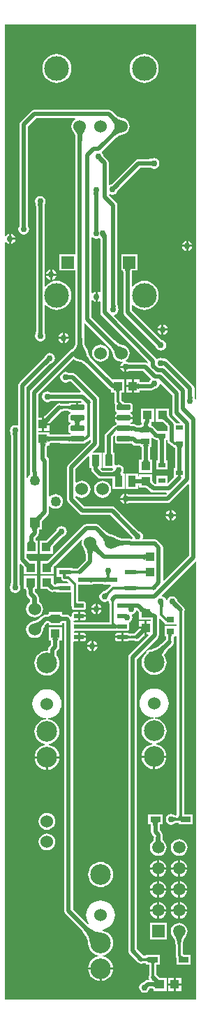
<source format=gtl>
G04 Layer_Physical_Order=1*
G04 Layer_Color=255*
%FSLAX25Y25*%
%MOIN*%
G70*
G01*
G75*
%ADD10R,0.05709X0.02362*%
%ADD11R,0.03347X0.02362*%
%ADD12R,0.04724X0.02756*%
G04:AMPARAMS|DCode=13|XSize=25.59mil|YSize=64.96mil|CornerRadius=1.92mil|HoleSize=0mil|Usage=FLASHONLY|Rotation=270.000|XOffset=0mil|YOffset=0mil|HoleType=Round|Shape=RoundedRectangle|*
%AMROUNDEDRECTD13*
21,1,0.02559,0.06112,0,0,270.0*
21,1,0.02175,0.06496,0,0,270.0*
1,1,0.00384,-0.03056,-0.01088*
1,1,0.00384,-0.03056,0.01088*
1,1,0.00384,0.03056,0.01088*
1,1,0.00384,0.03056,-0.01088*
%
%ADD13ROUNDEDRECTD13*%
G04:AMPARAMS|DCode=14|XSize=21.65mil|YSize=49.21mil|CornerRadius=1.95mil|HoleSize=0mil|Usage=FLASHONLY|Rotation=90.000|XOffset=0mil|YOffset=0mil|HoleType=Round|Shape=RoundedRectangle|*
%AMROUNDEDRECTD14*
21,1,0.02165,0.04532,0,0,90.0*
21,1,0.01776,0.04921,0,0,90.0*
1,1,0.00390,0.02266,0.00888*
1,1,0.00390,0.02266,-0.00888*
1,1,0.00390,-0.02266,-0.00888*
1,1,0.00390,-0.02266,0.00888*
%
%ADD14ROUNDEDRECTD14*%
%ADD15R,0.03740X0.05315*%
%ADD16R,0.04331X0.04331*%
%ADD17R,0.03543X0.02756*%
%ADD18R,0.03543X0.03150*%
%ADD19R,0.04331X0.04331*%
%ADD20C,0.02000*%
%ADD21C,0.01378*%
%ADD22C,0.01083*%
%ADD23C,0.01181*%
%ADD24C,0.01870*%
%ADD25C,0.01279*%
%ADD26C,0.06000*%
%ADD27C,0.09842*%
%ADD28C,0.11811*%
%ADD29R,0.05905X0.05905*%
%ADD30R,0.05905X0.05905*%
%ADD31C,0.05905*%
%ADD32C,0.04921*%
%ADD33R,0.04921X0.04921*%
%ADD34C,0.03000*%
G36*
X-29686Y225878D02*
X-29856Y225818D01*
X-30006Y225718D01*
X-30136Y225578D01*
X-30246Y225398D01*
X-30336Y225178D01*
X-30406Y224918D01*
X-30456Y224618D01*
X-30486Y224278D01*
X-30496Y223898D01*
X-32496D01*
X-32506Y224278D01*
X-32536Y224618D01*
X-32586Y224918D01*
X-32656Y225178D01*
X-32746Y225398D01*
X-32856Y225578D01*
X-32986Y225718D01*
X-33136Y225818D01*
X-33306Y225878D01*
X-33496Y225898D01*
X-29496D01*
X-29686Y225878D01*
D02*
G37*
G36*
X-27633Y230795D02*
X-28030Y230384D01*
X-28655Y229647D01*
X-28883Y229322D01*
X-29054Y229024D01*
X-29168Y228756D01*
X-29226Y228516D01*
X-29227Y228304D01*
X-29171Y228121D01*
X-29059Y227967D01*
X-31876Y230783D01*
X-31721Y230671D01*
X-31539Y230616D01*
X-31327Y230617D01*
X-31087Y230675D01*
X-30818Y230789D01*
X-30521Y230960D01*
X-30196Y231188D01*
X-29841Y231472D01*
X-29048Y232209D01*
X-27633Y230795D01*
D02*
G37*
G36*
X-32061Y220307D02*
X-32031Y219965D01*
X-31981Y219663D01*
X-31911Y219401D01*
X-31821Y219180D01*
X-31711Y218999D01*
X-31581Y218858D01*
X-31431Y218757D01*
X-31261Y218697D01*
X-31071Y218677D01*
X-35071D01*
X-34881Y218697D01*
X-34711Y218757D01*
X-34561Y218858D01*
X-34431Y218999D01*
X-34321Y219180D01*
X-34231Y219401D01*
X-34161Y219663D01*
X-34111Y219965D01*
X-34081Y220307D01*
X-34071Y220689D01*
X-32071D01*
X-32061Y220307D01*
D02*
G37*
G36*
X17906Y223077D02*
X16312Y221484D01*
X16293Y221537D01*
X16241Y221620D01*
X16155Y221733D01*
X15882Y222049D01*
X14615Y223361D01*
X16029Y224775D01*
X17906Y223077D01*
D02*
G37*
G36*
X23686Y248523D02*
X23633Y248343D01*
X23636Y248135D01*
X23694Y247898D01*
X23809Y247633D01*
X23980Y247339D01*
X24206Y247016D01*
X24488Y246666D01*
X25221Y245878D01*
X23807Y244464D01*
X23399Y244858D01*
X22669Y245479D01*
X22346Y245705D01*
X22052Y245876D01*
X21787Y245991D01*
X21550Y246049D01*
X21342Y246052D01*
X21162Y245999D01*
X21011Y245890D01*
X23795Y248674D01*
X23686Y248523D01*
D02*
G37*
G36*
X38301Y251909D02*
X38307Y251795D01*
X38891D01*
X38778Y251783D01*
X38678Y251748D01*
X38589Y251688D01*
X38513Y251605D01*
X38448Y251497D01*
X38394Y251366D01*
X38353Y251211D01*
X38343Y251152D01*
X38395Y250229D01*
X38417Y250187D01*
X37002D01*
X37024Y250229D01*
X37044Y250308D01*
X37062Y250425D01*
X37090Y250771D01*
X37096Y251025D01*
X37095Y251032D01*
X37066Y251211D01*
X37024Y251366D01*
X36971Y251497D01*
X36906Y251605D01*
X36830Y251688D01*
X36741Y251748D01*
X36641Y251783D01*
X36528Y251795D01*
X37115D01*
X37118Y251909D01*
X37119Y252287D01*
X38300D01*
X38301Y251909D01*
D02*
G37*
G36*
X12971Y240665D02*
X13068Y240643D01*
X13208Y240624D01*
X13624Y240594D01*
X15448Y240562D01*
Y238562D01*
X12920Y238436D01*
Y240689D01*
X12971Y240665D01*
D02*
G37*
G36*
X6521Y269820D02*
X6921Y269530D01*
X6851Y269178D01*
Y267003D01*
X6943Y266538D01*
X7207Y266144D01*
X7601Y265880D01*
X8066Y265788D01*
X14178D01*
X14643Y265880D01*
X14779Y265971D01*
X14854Y265999D01*
X14881Y266024D01*
X14891Y266025D01*
X15429Y265487D01*
X16091Y265045D01*
X16871Y264890D01*
X18505D01*
X18550Y264889D01*
X18790Y264866D01*
X18882Y264852D01*
Y264354D01*
X19551D01*
X19575Y264235D01*
X19614Y263824D01*
Y258828D01*
X19601Y258680D01*
X19566Y258468D01*
X19526Y258318D01*
X19511Y258283D01*
X18488D01*
Y251953D01*
X24819D01*
Y258283D01*
X23796D01*
X23781Y258318D01*
X23741Y258468D01*
X23706Y258680D01*
X23693Y258828D01*
Y263891D01*
X23699Y263988D01*
X23729Y264220D01*
X23756Y264354D01*
X24425D01*
Y265328D01*
X24433Y265366D01*
X24425Y265405D01*
Y268488D01*
X24887Y268679D01*
X25323Y268243D01*
X25985Y267801D01*
X26559Y267687D01*
Y267504D01*
X27143D01*
X27161Y267404D01*
X27193Y267011D01*
Y263187D01*
X27192Y263180D01*
Y257890D01*
X26559D01*
Y253528D01*
X31905D01*
Y257890D01*
X31270D01*
Y263175D01*
X31271Y263182D01*
Y267025D01*
X31336Y267504D01*
X31905D01*
X32028Y267055D01*
X32125Y266565D01*
X32568Y265903D01*
X33229Y265461D01*
X33571Y265393D01*
X33581Y265387D01*
X33610Y265375D01*
X33615Y265373D01*
X33653Y265349D01*
X33693Y265321D01*
X34043Y265018D01*
X34263Y264798D01*
X34789Y264447D01*
X35024Y264400D01*
Y263764D01*
X35607D01*
X35625Y263664D01*
X35658Y263271D01*
Y259388D01*
X35656Y259380D01*
Y254150D01*
X35024D01*
Y249787D01*
X35024Y249787D01*
X35024D01*
X34755Y249410D01*
X32368Y247022D01*
X31905Y247214D01*
Y250410D01*
X26559D01*
Y246519D01*
X26049D01*
X25584Y246984D01*
X25260Y247333D01*
X25021Y247630D01*
X24839Y247889D01*
X24819Y247924D01*
Y251197D01*
X18488D01*
Y250071D01*
X17831D01*
Y251689D01*
X12090D01*
Y244374D01*
X17831D01*
Y245992D01*
X18488D01*
Y244866D01*
X21761D01*
X21796Y244846D01*
X22044Y244672D01*
X22614Y244187D01*
X23763Y243038D01*
X23763Y243038D01*
X24424Y242596D01*
X25205Y242441D01*
X25205Y242441D01*
X31376D01*
X31567Y241979D01*
X31189Y241601D01*
X14327D01*
X13670Y241613D01*
X13323Y241638D01*
X12905Y241917D01*
X12430Y242012D01*
Y239562D01*
Y237113D01*
X12905Y237207D01*
X13240Y237431D01*
X15082Y237523D01*
X32034D01*
X32814Y237678D01*
X33476Y238120D01*
X41869Y246513D01*
X42331Y246322D01*
Y212486D01*
X30311Y200465D01*
X29849Y200657D01*
Y216104D01*
X29693Y216884D01*
X29251Y217546D01*
X27275Y219522D01*
X26613Y219964D01*
X25833Y220120D01*
X20434D01*
X20154Y220530D01*
X20167Y220620D01*
X20358Y221580D01*
X20164Y222556D01*
X19612Y223383D01*
X18785Y223935D01*
X18390Y224014D01*
X17022Y225251D01*
X6951Y235322D01*
X6290Y235764D01*
X5509Y235919D01*
X-7746D01*
X-11851Y240025D01*
Y240719D01*
X-11351Y240966D01*
X-10876Y240600D01*
X-9903Y240197D01*
X-8858Y240060D01*
X-7814Y240197D01*
X-6841Y240600D01*
X-6005Y241242D01*
X-5364Y242077D01*
X-4961Y243050D01*
X-4824Y244094D01*
X-4961Y245139D01*
X-5364Y246112D01*
X-6005Y246947D01*
X-6841Y247588D01*
X-7814Y247992D01*
X-8858Y248129D01*
X-9903Y247992D01*
X-10876Y247588D01*
X-11351Y247223D01*
X-11851Y247470D01*
Y253736D01*
X-5694Y259893D01*
X-5232Y259701D01*
Y254217D01*
X-4381D01*
X-4371Y254177D01*
X-4343Y253995D01*
X-4335Y253898D01*
Y253480D01*
X-4335Y253480D01*
X-4185Y252725D01*
X-3757Y252085D01*
X-1357Y249685D01*
X-1357Y249685D01*
X-717Y249257D01*
X38Y249107D01*
X5791D01*
Y244374D01*
X11531D01*
Y251689D01*
X10987D01*
X10720Y252189D01*
X10864Y252405D01*
X11058Y253380D01*
X10864Y254356D01*
X10312Y255183D01*
X9485Y255735D01*
X8509Y255929D01*
X7534Y255735D01*
X7248Y255544D01*
X6807Y255780D01*
Y260406D01*
X6809Y260412D01*
X6807Y260432D01*
Y260481D01*
X6815Y260520D01*
X6807Y260558D01*
Y261532D01*
X5985D01*
X5953Y261650D01*
X5921Y261844D01*
X5910Y261974D01*
Y269221D01*
X6160Y269477D01*
X6508Y269825D01*
X6521Y269820D01*
D02*
G37*
G36*
X-35207Y209863D02*
X-34470Y209239D01*
X-34144Y209011D01*
X-33847Y208840D01*
X-33579Y208726D01*
X-33338Y208668D01*
X-33127Y208667D01*
X-32944Y208722D01*
X-32789Y208834D01*
X-35606Y206018D01*
X-35494Y206172D01*
X-35439Y206355D01*
X-35440Y206567D01*
X-35498Y206807D01*
X-35612Y207076D01*
X-35783Y207373D01*
X-36010Y207698D01*
X-36294Y208052D01*
X-37032Y208846D01*
X-35618Y210261D01*
X-35207Y209863D01*
D02*
G37*
G36*
X-22023Y208846D02*
X-22419Y208436D01*
X-23041Y207701D01*
X-23268Y207376D01*
X-23437Y207079D01*
X-23550Y206810D01*
X-23607Y206569D01*
Y206357D01*
X-23550Y206173D01*
X-23437Y206018D01*
X-26266Y208846D01*
X-26110Y208733D01*
X-25926Y208677D01*
X-25714D01*
X-25474Y208733D01*
X-25205Y208846D01*
X-24908Y209016D01*
X-24583Y209242D01*
X-24229Y209525D01*
X-23437Y210261D01*
X-22023Y208846D01*
D02*
G37*
G36*
X-10659Y203820D02*
X-10701Y203842D01*
X-10781Y203862D01*
X-10898Y203880D01*
X-11243Y203908D01*
X-12382Y203936D01*
X-12760Y203937D01*
Y205118D01*
X-12382Y205119D01*
X-10701Y205213D01*
X-10659Y205235D01*
Y203820D01*
D02*
G37*
G36*
X21481Y205146D02*
X22676Y205213D01*
X22718Y205235D01*
Y203820D01*
X22676Y203842D01*
X22597Y203862D01*
X22480Y203880D01*
X22135Y203908D01*
X21481Y203924D01*
Y203346D01*
X21469Y203459D01*
X21433Y203559D01*
X21373Y203648D01*
X21290Y203724D01*
X21182Y203789D01*
X21051Y203842D01*
X20896Y203884D01*
X20717Y203913D01*
X20514Y203931D01*
X20288Y203937D01*
Y205118D01*
X20514Y205124D01*
X20717Y205142D01*
X20896Y205171D01*
X21051Y205213D01*
X21182Y205266D01*
X21290Y205331D01*
X21373Y205407D01*
X21433Y205496D01*
X21469Y205596D01*
X21481Y205709D01*
Y205146D01*
D02*
G37*
G36*
X7294Y220519D02*
X7663Y220306D01*
X8088Y220118D01*
X8569Y219955D01*
X9105Y219817D01*
X9698Y219704D01*
X10347Y219617D01*
X11812Y219516D01*
X12629Y219504D01*
Y217504D01*
X11812Y217491D01*
X10347Y217391D01*
X9698Y217303D01*
X9105Y217191D01*
X8569Y217053D01*
X8088Y216890D01*
X7663Y216702D01*
X7294Y216489D01*
X6981Y216251D01*
Y220757D01*
X7294Y220519D01*
D02*
G37*
G36*
X899Y224037D02*
X2006Y223072D01*
X2527Y222675D01*
X3026Y222335D01*
X3503Y222053D01*
X3958Y221829D01*
X4391Y221661D01*
X4803Y221551D01*
X5192Y221498D01*
X2006Y218312D01*
X1953Y218701D01*
X1843Y219113D01*
X1675Y219546D01*
X1451Y220001D01*
X1168Y220478D01*
X829Y220977D01*
X433Y221498D01*
X-533Y222605D01*
X-1101Y223191D01*
X313Y224605D01*
X899Y224037D01*
D02*
G37*
G36*
X21481Y209811D02*
X21461Y210001D01*
X21400Y210171D01*
X21300Y210321D01*
X21159Y210451D01*
X20978Y210561D01*
X20756Y210651D01*
X20495Y210721D01*
X20193Y210771D01*
X19851Y210801D01*
X19469Y210811D01*
Y212811D01*
X19851Y212821D01*
X20193Y212851D01*
X20495Y212901D01*
X20756Y212971D01*
X20978Y213061D01*
X21159Y213171D01*
X21300Y213301D01*
X21400Y213451D01*
X21461Y213621D01*
X21481Y213811D01*
Y209811D01*
D02*
G37*
G36*
X-1953Y218307D02*
X-1843Y217895D01*
X-1675Y217462D01*
X-1450Y217007D01*
X-1168Y216530D01*
X-829Y216031D01*
X-432Y215510D01*
X533Y214403D01*
X1101Y213817D01*
X-313Y212403D01*
X-899Y212971D01*
X-2006Y213936D01*
X-2527Y214333D01*
X-3026Y214672D01*
X-3503Y214954D01*
X-3537Y214971D01*
X-3549Y214935D01*
X-3687Y214399D01*
X-3799Y213806D01*
X-3887Y213157D01*
X-3987Y211692D01*
X-4000Y210876D01*
X-6000D01*
X-6013Y211692D01*
X-6113Y213157D01*
X-6200Y213806D01*
X-6313Y214399D01*
X-6451Y214935D01*
X-6614Y215416D01*
X-6802Y215841D01*
X-7015Y216210D01*
X-7253Y216523D01*
X-4179D01*
X-2006Y218696D01*
X-1953Y218307D01*
D02*
G37*
G36*
X14347Y269273D02*
X14401Y269235D01*
X14480Y269201D01*
X14584Y269172D01*
X14711Y269147D01*
X14862Y269127D01*
X15238Y269099D01*
X15710Y269091D01*
Y267091D01*
X15461Y267088D01*
X14711Y267034D01*
X14584Y267009D01*
X14480Y266980D01*
X14401Y266946D01*
X14347Y266908D01*
X14316Y266865D01*
Y269316D01*
X14347Y269273D01*
D02*
G37*
G36*
X-10383Y268785D02*
X-10311Y268774D01*
X-10201Y268763D01*
X-9640Y268741D01*
X-8353Y268730D01*
Y267451D01*
X-10415Y267383D01*
Y268798D01*
X-10383Y268785D01*
D02*
G37*
G36*
X30768Y268496D02*
X30655Y268436D01*
X30556Y268336D01*
X30470Y268196D01*
X30398Y268016D01*
X30338Y267796D01*
X30292Y267536D01*
X30259Y267236D01*
X30232Y266516D01*
X28232D01*
X28226Y266896D01*
X28173Y267536D01*
X28126Y267796D01*
X28067Y268016D01*
X27994Y268196D01*
X27908Y268336D01*
X27809Y268436D01*
X27697Y268496D01*
X27571Y268516D01*
X30893D01*
X30768Y268496D01*
D02*
G37*
G36*
X-14316Y266865D02*
X-14353Y266908D01*
X-14428Y266946D01*
X-14540Y266980D01*
X-14690Y267009D01*
X-14877Y267034D01*
X-15363Y267070D01*
X-16373Y267091D01*
Y269091D01*
X-15999Y269093D01*
X-14690Y269172D01*
X-14540Y269201D01*
X-14428Y269235D01*
X-14353Y269273D01*
X-14316Y269316D01*
Y266865D01*
D02*
G37*
G36*
X6194Y270970D02*
X4872Y269618D01*
X3937Y270553D01*
X3956Y270566D01*
X4000Y270606D01*
X5038Y271624D01*
X5289Y271875D01*
X6194Y270970D01*
D02*
G37*
G36*
X19894Y270878D02*
X19874Y270985D01*
X19814Y271081D01*
X19714Y271165D01*
X19574Y271238D01*
X19394Y271300D01*
X19174Y271351D01*
X18914Y271390D01*
X18614Y271418D01*
X17894Y271441D01*
Y273441D01*
X18274Y273446D01*
X18914Y273492D01*
X19174Y273531D01*
X19394Y273582D01*
X19574Y273643D01*
X19714Y273717D01*
X19814Y273801D01*
X19874Y273897D01*
X19894Y274004D01*
Y270878D01*
D02*
G37*
G36*
X-7876Y268772D02*
X-7855Y268763D01*
X-7820Y268755D01*
X-7771Y268749D01*
X-7630Y268738D01*
X-7180Y268730D01*
Y267451D01*
X-7314Y267450D01*
X-7855Y267418D01*
X-7876Y267409D01*
X-7883Y267400D01*
Y268781D01*
X-7876Y268772D01*
D02*
G37*
G36*
X-39688Y271039D02*
X-39710Y270943D01*
X-39729Y270802D01*
X-39759Y270386D01*
X-39791Y268562D01*
X-41791D01*
X-41917Y271090D01*
X-39664D01*
X-39688Y271039D01*
D02*
G37*
G36*
X4881Y262034D02*
X4909Y261716D01*
X4955Y261436D01*
X5020Y261193D01*
X5103Y260987D01*
X5204Y260819D01*
X5324Y260688D01*
X5463Y260594D01*
X5620Y260538D01*
X5795Y260520D01*
X2079D01*
X2254Y260538D01*
X2411Y260594D01*
X2550Y260688D01*
X2670Y260819D01*
X2771Y260987D01*
X2854Y261193D01*
X2919Y261436D01*
X2965Y261716D01*
X2993Y262034D01*
X3002Y262390D01*
X4872D01*
X4881Y262034D01*
D02*
G37*
G36*
X39233Y264756D02*
X39120Y264696D01*
X39021Y264596D01*
X38935Y264456D01*
X38862Y264276D01*
X38803Y264056D01*
X38756Y263796D01*
X38723Y263496D01*
X38697Y262776D01*
X36697D01*
X36690Y263156D01*
X36637Y263796D01*
X36591Y264056D01*
X36531Y264276D01*
X36459Y264456D01*
X36373Y264596D01*
X36274Y264696D01*
X36161Y264756D01*
X36036Y264776D01*
X39358D01*
X39233Y264756D01*
D02*
G37*
G36*
X-768Y255223D02*
X-907Y255170D01*
X-1029Y255082D01*
X-1134Y254959D01*
X-1224Y254801D01*
X-1297Y254607D01*
X-1354Y254378D01*
X-1395Y254114D01*
X-1419Y253815D01*
X-1427Y253480D01*
X-3297D01*
X-3305Y253815D01*
X-3330Y254114D01*
X-3370Y254378D01*
X-3427Y254607D01*
X-3500Y254801D01*
X-3590Y254959D01*
X-3696Y255082D01*
X-3818Y255170D01*
X-3956Y255223D01*
X-4110Y255241D01*
X-614D01*
X-768Y255223D01*
D02*
G37*
G36*
X22663Y258892D02*
X22693Y258552D01*
X22743Y258252D01*
X22814Y257992D01*
X22904Y257771D01*
X23013Y257592D01*
X23144Y257452D01*
X23293Y257351D01*
X23463Y257292D01*
X23653Y257272D01*
X19654D01*
X19843Y257292D01*
X20013Y257351D01*
X20164Y257452D01*
X20293Y257592D01*
X20403Y257771D01*
X20493Y257992D01*
X20563Y258252D01*
X20614Y258552D01*
X20643Y258892D01*
X20653Y259272D01*
X22654D01*
X22663Y258892D01*
D02*
G37*
G36*
X35017Y267405D02*
X35048Y267325D01*
X35094Y267236D01*
X35154Y267139D01*
X35229Y267032D01*
X35424Y266791D01*
X35652Y266543D01*
X36029Y266564D01*
X36036Y266571D01*
Y266560D01*
X36692Y266602D01*
X36821Y266627D01*
X36927Y266654D01*
X37009Y266686D01*
X37067Y266721D01*
Y265169D01*
X37009Y265204D01*
X36927Y265235D01*
X36821Y265263D01*
X36692Y265287D01*
X36360Y265325D01*
X36036Y265342D01*
Y265319D01*
X36029Y265325D01*
X36011Y265332D01*
X35979Y265337D01*
X35935Y265341D01*
X35770Y265349D01*
X35409Y265354D01*
Y265945D01*
X34992Y265527D01*
X34840Y265676D01*
X34322Y266125D01*
X34216Y266200D01*
X34118Y266261D01*
X34029Y266306D01*
X33950Y266337D01*
X33879Y266353D01*
X35001Y267475D01*
X35017Y267405D01*
D02*
G37*
G36*
X-25398Y269920D02*
X-25337Y269750D01*
X-25237Y269600D01*
X-25096Y269470D01*
X-24915Y269360D01*
X-24693Y269270D01*
X-24432Y269200D01*
X-24130Y269150D01*
X-23788Y269120D01*
X-23406Y269110D01*
Y267110D01*
X-23788Y267100D01*
X-24130Y267070D01*
X-24432Y267020D01*
X-24693Y266950D01*
X-24915Y266860D01*
X-25096Y266750D01*
X-25237Y266620D01*
X-25337Y266470D01*
X-25398Y266300D01*
X-25418Y266110D01*
Y270110D01*
X-25398Y269920D01*
D02*
G37*
G36*
X19894Y265366D02*
X23413D01*
X23269Y265346D01*
X23140Y265286D01*
X23026Y265186D01*
X22927Y265046D01*
X22843Y264866D01*
X22775Y264646D01*
X22722Y264386D01*
X22684Y264086D01*
X22661Y263746D01*
X22654Y263366D01*
X20653D01*
X20646Y263746D01*
X20585Y264386D01*
X20532Y264646D01*
X20463Y264866D01*
X20380Y265046D01*
X20281Y265186D01*
X20167Y265286D01*
X20038Y265346D01*
X19894Y265366D01*
X19874Y265473D01*
X19814Y265569D01*
X19714Y265653D01*
X19574Y265726D01*
X19394Y265788D01*
X19174Y265839D01*
X18914Y265879D01*
X18614Y265907D01*
X17894Y265929D01*
Y267929D01*
X18274Y267935D01*
X18914Y267980D01*
X19174Y268019D01*
X19394Y268070D01*
X19574Y268132D01*
X19714Y268205D01*
X19814Y268289D01*
X19874Y268385D01*
X19894Y268492D01*
Y265366D01*
D02*
G37*
G36*
X-25749Y265949D02*
X-25919Y265889D01*
X-26069Y265788D01*
X-26199Y265647D01*
X-26309Y265466D01*
X-26399Y265245D01*
X-26469Y264983D01*
X-26519Y264681D01*
X-26549Y264339D01*
X-26559Y263957D01*
X-28559D01*
X-28569Y264339D01*
X-28599Y264681D01*
X-28649Y264983D01*
X-28719Y265245D01*
X-28809Y265466D01*
X-28919Y265647D01*
X-29049Y265788D01*
X-29199Y265889D01*
X-29369Y265949D01*
X-29559Y265969D01*
X-25559D01*
X-25749Y265949D01*
D02*
G37*
G36*
X17323Y205587D02*
X17358Y205488D01*
X17417Y205401D01*
X17500Y205326D01*
X17606Y205263D01*
X17736Y205211D01*
X17889Y205170D01*
X18067Y205141D01*
X18268Y205124D01*
X18492Y205118D01*
Y203937D01*
X18268Y203931D01*
X18067Y203914D01*
X17889Y203885D01*
X17736Y203844D01*
X17606Y203792D01*
X17500Y203729D01*
X17417Y203654D01*
X17358Y203567D01*
X17323Y203468D01*
X17311Y203358D01*
Y205697D01*
X17323Y205587D01*
D02*
G37*
G36*
X6376Y180404D02*
X6997Y179864D01*
X7124Y179774D01*
X7239Y179702D01*
X7343Y179649D01*
X7435Y179614D01*
X7515Y179597D01*
X6415Y178496D01*
X6398Y178577D01*
X6363Y178669D01*
X6309Y178773D01*
X6238Y178888D01*
X6148Y179015D01*
X5914Y179302D01*
X5607Y179636D01*
X5427Y179820D01*
X6192Y180585D01*
X6376Y180404D01*
D02*
G37*
G36*
X-19492Y184093D02*
X-19432Y183923D01*
X-19331Y183774D01*
X-19190Y183643D01*
X-19009Y183534D01*
X-18788Y183443D01*
X-18526Y183373D01*
X-18225Y183324D01*
X-17883Y183293D01*
X-17500Y183283D01*
Y181283D01*
X-17883Y181273D01*
X-18225Y181244D01*
X-18526Y181193D01*
X-18788Y181123D01*
X-19009Y181034D01*
X-19190Y180923D01*
X-19331Y180793D01*
X-19432Y180643D01*
X-19492Y180473D01*
X-19512Y180283D01*
Y184283D01*
X-19492Y184093D01*
D02*
G37*
G36*
X-7907Y179625D02*
X-7845Y179620D01*
X-7199Y179607D01*
X-5917Y179602D01*
Y177602D01*
X-7929Y177575D01*
Y179630D01*
X-7907Y179625D01*
D02*
G37*
G36*
X8161Y179286D02*
X8250Y179256D01*
X8375Y179229D01*
X8536Y179207D01*
X8965Y179172D01*
X9875Y179145D01*
X10250Y179144D01*
Y178061D01*
X9875Y178059D01*
X8250Y177949D01*
X8161Y177919D01*
X8107Y177886D01*
Y179319D01*
X8161Y179286D01*
D02*
G37*
G36*
X38914Y185750D02*
X38910Y185687D01*
X38898Y183756D01*
X37521D01*
X37502Y185774D01*
X38917D01*
X38914Y185750D01*
D02*
G37*
G36*
X19910Y188210D02*
X20645Y187587D01*
X20970Y187360D01*
X21266Y187189D01*
X21534Y187074D01*
X21773Y187016D01*
X21984Y187015D01*
X22166Y187069D01*
X22319Y187181D01*
X19512Y184373D01*
X19623Y184527D01*
X19678Y184709D01*
X19676Y184920D01*
X19618Y185159D01*
X19504Y185426D01*
X19333Y185723D01*
X19106Y186047D01*
X18822Y186401D01*
X18086Y187193D01*
X19500Y188607D01*
X19910Y188210D01*
D02*
G37*
G36*
X-23795Y180283D02*
X-23815Y180473D01*
X-23875Y180643D01*
X-23976Y180793D01*
X-24117Y180923D01*
X-24298Y181034D01*
X-24519Y181123D01*
X-24781Y181193D01*
X-25083Y181244D01*
X-25425Y181273D01*
X-25807Y181283D01*
Y181435D01*
X-26177Y181051D01*
X-27042Y180040D01*
X-27400Y179553D01*
X-27709Y179078D01*
X-27968Y178617D01*
X-28177Y178168D01*
X-28337Y177733D01*
X-28447Y177309D01*
X-28508Y176899D01*
X-31762Y180154D01*
X-31352Y180214D01*
X-30929Y180325D01*
X-30493Y180484D01*
X-30044Y180694D01*
X-29583Y180953D01*
X-29109Y181261D01*
X-28622Y181619D01*
X-27610Y182484D01*
X-27085Y182991D01*
X-25807Y181712D01*
Y183283D01*
X-25425Y183293D01*
X-25083Y183324D01*
X-24781Y183373D01*
X-24519Y183443D01*
X-24298Y183534D01*
X-24117Y183643D01*
X-23976Y183774D01*
X-23875Y183923D01*
X-23815Y184093D01*
X-23795Y184283D01*
Y180283D01*
D02*
G37*
G36*
X23814Y186193D02*
X23872Y185994D01*
X23967Y185802D01*
X24100Y185617D01*
X24271Y185441D01*
X24480Y185272D01*
X24726Y185112D01*
X25011Y184959D01*
X25333Y184813D01*
X25693Y184676D01*
X25577Y182596D01*
X25411Y182651D01*
X25072Y182744D01*
X24899Y182782D01*
X24364Y182860D01*
X24181Y182874D01*
X23807Y182886D01*
X23795Y186401D01*
X23814Y186193D01*
D02*
G37*
G36*
X26247Y18317D02*
X26130Y18275D01*
X26026Y18206D01*
X25937Y18109D01*
X25861Y17984D01*
X25799Y17831D01*
X25751Y17650D01*
X25716Y17441D01*
X25695Y17205D01*
X25689Y16941D01*
X24311D01*
X24304Y17205D01*
X24283Y17441D01*
X24249Y17650D01*
X24200Y17831D01*
X24138Y17984D01*
X24063Y18109D01*
X23973Y18206D01*
X23870Y18275D01*
X23753Y18317D01*
X23622Y18331D01*
X26378D01*
X26247Y18317D01*
D02*
G37*
G36*
X22649Y18319D02*
X22636Y18448D01*
X22594Y18563D01*
X22525Y18664D01*
X22429Y18752D01*
X22305Y18827D01*
X22153Y18888D01*
X21974Y18935D01*
X21768Y18969D01*
X21533Y18989D01*
X21498Y18990D01*
X20116Y18977D01*
Y20392D01*
X20140Y20389D01*
X20203Y20386D01*
X21437Y20378D01*
X21533Y20381D01*
X21768Y20401D01*
X21974Y20435D01*
X22153Y20482D01*
X22305Y20543D01*
X22429Y20618D01*
X22525Y20706D01*
X22594Y20807D01*
X22636Y20922D01*
X22649Y21051D01*
Y18319D01*
D02*
G37*
G36*
X26560Y11084D02*
X27490Y10298D01*
X27743Y10132D01*
X27968Y10013D01*
X28163Y9942D01*
X28331Y9919D01*
X28470Y9943D01*
X28580Y10016D01*
X26205Y7641D01*
X26277Y7751D01*
X26302Y7890D01*
X26278Y8057D01*
X26208Y8253D01*
X26205Y8258D01*
Y5874D01*
X26185Y6064D01*
X26125Y6234D01*
X26024Y6384D01*
X25883Y6514D01*
X25702Y6624D01*
X25481Y6714D01*
X25219Y6784D01*
X24917Y6834D01*
X24575Y6864D01*
X24193Y6874D01*
Y8874D01*
X24575Y8884D01*
X24917Y8914D01*
X25219Y8964D01*
X25481Y9034D01*
X25634Y9096D01*
X25136Y9660D01*
X24779Y10028D01*
X26193Y11442D01*
X26560Y11084D01*
D02*
G37*
G36*
X25707Y11928D02*
X24292D01*
X24296Y11951D01*
X24299Y12014D01*
X24311Y13946D01*
X25689D01*
X25707Y11928D01*
D02*
G37*
G36*
X32812Y169685D02*
X31953Y168788D01*
X30489Y167019D01*
X29884Y166147D01*
X29365Y165285D01*
X28930Y164431D01*
X28580Y163585D01*
X28316Y162749D01*
X28136Y161921D01*
X28041Y161102D01*
X22814Y166328D01*
X23633Y166423D01*
X24461Y166603D01*
X25298Y166868D01*
X26143Y167218D01*
X26997Y167652D01*
X27860Y168172D01*
X28731Y168776D01*
X29612Y169466D01*
X31398Y171099D01*
X32812Y169685D01*
D02*
G37*
G36*
X34356Y174998D02*
X34239Y174957D01*
X34136Y174888D01*
X34047Y174792D01*
X33971Y174668D01*
X33909Y174516D01*
X33860Y174337D01*
X33826Y174130D01*
X33805Y173896D01*
X33802Y173760D01*
X33817Y172104D01*
X32402D01*
X32405Y172127D01*
X32409Y172190D01*
X32418Y173726D01*
X32414Y173896D01*
X32393Y174130D01*
X32359Y174337D01*
X32310Y174516D01*
X32248Y174668D01*
X32172Y174792D01*
X32083Y174888D01*
X31980Y174957D01*
X31862Y174998D01*
X31732Y175012D01*
X34487D01*
X34356Y174998D01*
D02*
G37*
G36*
X-7370Y36382D02*
X-5601Y34918D01*
X-4730Y34313D01*
X-3867Y33794D01*
X-3013Y33359D01*
X-2168Y33010D01*
X-1331Y32745D01*
X-504Y32565D01*
X316Y32470D01*
X-4911Y27244D01*
X-5006Y28063D01*
X-5186Y28891D01*
X-5450Y29727D01*
X-5800Y30573D01*
X-6235Y31427D01*
X-6754Y32289D01*
X-7359Y33161D01*
X-8048Y34041D01*
X-9682Y35827D01*
X-8268Y37241D01*
X-7370Y36382D01*
D02*
G37*
G36*
X38912Y88419D02*
X38954Y88185D01*
X39022Y87978D01*
X39119Y87799D01*
X39243Y87648D01*
X39395Y87524D01*
X39574Y87427D01*
X39780Y87358D01*
X40015Y87317D01*
X40276Y87303D01*
X38209Y85925D01*
X37442Y86437D01*
Y85925D01*
X37010Y85921D01*
X35634Y85816D01*
X35377Y85768D01*
X35156Y85711D01*
X34969Y85645D01*
X34817Y85571D01*
X34700Y85488D01*
Y87741D01*
X34817Y87657D01*
X34969Y87583D01*
X35156Y87517D01*
X35377Y87461D01*
X35634Y87413D01*
X36252Y87343D01*
X36488Y87332D01*
X36639Y87358D01*
X36845Y87427D01*
X37024Y87524D01*
X37176Y87648D01*
X37300Y87799D01*
X37396Y87978D01*
X37465Y88185D01*
X37507Y88419D01*
X37521Y88681D01*
X38898D01*
X38912Y88419D01*
D02*
G37*
G36*
X-39664Y198171D02*
X-41917D01*
X-41893Y198222D01*
X-41872Y198318D01*
X-41853Y198459D01*
X-41822Y198875D01*
X-41791Y200698D01*
X-39791D01*
X-39664Y198171D01*
D02*
G37*
G36*
X-5012Y201924D02*
X-4952Y201896D01*
X-4852Y201870D01*
X-4712Y201848D01*
X-4532Y201830D01*
X-3752Y201794D01*
X-3032Y201787D01*
Y199787D01*
X-3412Y199786D01*
X-4952Y199679D01*
X-5012Y199651D01*
X-5032Y199618D01*
Y201957D01*
X-5012Y201924D01*
D02*
G37*
G36*
X24703Y196340D02*
X24661Y196362D01*
X24581Y196382D01*
X24464Y196399D01*
X24119Y196428D01*
X22980Y196456D01*
X22602Y196457D01*
Y197638D01*
X22980Y197639D01*
X24661Y197733D01*
X24703Y197755D01*
Y196340D01*
D02*
G37*
G36*
X-19968Y195878D02*
X-19980Y195988D01*
X-20016Y196087D01*
X-20075Y196173D01*
X-20157Y196248D01*
X-20264Y196312D01*
X-20393Y196364D01*
X-20547Y196405D01*
X-20724Y196434D01*
X-20831Y196443D01*
X-22283Y196362D01*
X-22325Y196340D01*
Y197755D01*
X-22283Y197733D01*
X-22203Y197713D01*
X-22087Y197695D01*
X-21741Y197667D01*
X-20895Y197646D01*
X-20724Y197661D01*
X-20547Y197690D01*
X-20393Y197730D01*
X-20264Y197783D01*
X-20157Y197846D01*
X-20075Y197921D01*
X-20016Y198008D01*
X-19980Y198107D01*
X-19968Y198216D01*
Y195878D01*
D02*
G37*
G36*
X-16122Y203359D02*
X-16222Y203323D01*
X-16311Y203263D01*
X-16387Y203180D01*
X-16452Y203072D01*
X-16506Y202941D01*
X-16547Y202786D01*
X-16576Y202607D01*
X-16594Y202404D01*
X-16600Y202177D01*
X-17781D01*
X-17787Y202404D01*
X-17805Y202607D01*
X-17834Y202786D01*
X-17876Y202941D01*
X-17929Y203072D01*
X-17994Y203180D01*
X-18070Y203263D01*
X-18159Y203323D01*
X-18259Y203359D01*
X-18372Y203370D01*
X-16010D01*
X-16122Y203359D01*
D02*
G37*
G36*
X-14272Y205587D02*
X-14236Y205488D01*
X-14177Y205401D01*
X-14095Y205326D01*
X-13988Y205263D01*
X-13858Y205211D01*
X-13705Y205170D01*
X-13528Y205141D01*
X-13327Y205124D01*
X-13103Y205118D01*
Y203937D01*
X-13327Y203931D01*
X-13528Y203914D01*
X-13705Y203885D01*
X-13858Y203844D01*
X-13988Y203792D01*
X-14095Y203729D01*
X-14177Y203654D01*
X-14236Y203567D01*
X-14272Y203468D01*
X-14284Y203358D01*
Y205697D01*
X-14272Y205587D01*
D02*
G37*
G36*
X2374Y199618D02*
X2354Y199651D01*
X2294Y199679D01*
X2194Y199705D01*
X2054Y199727D01*
X1874Y199745D01*
X1094Y199781D01*
X374Y199787D01*
Y201787D01*
X754Y201789D01*
X2294Y201896D01*
X2354Y201924D01*
X2374Y201957D01*
Y199618D01*
D02*
G37*
G36*
X4534Y204252D02*
X4443Y204083D01*
X4363Y203883D01*
X4293Y203651D01*
X4234Y203388D01*
X4186Y203093D01*
X4140Y202609D01*
X4153Y202531D01*
X4194Y202376D01*
X4248Y202244D01*
X4313Y202137D01*
X4389Y202053D01*
X4478Y201993D01*
X4578Y201957D01*
X4691Y201945D01*
X4172Y201947D01*
X4195Y201536D01*
X4195Y201536D01*
X4243Y201512D01*
X4326Y201481D01*
X4421Y201453D01*
X4526Y201430D01*
X4642Y201412D01*
X4907Y201386D01*
X5216Y201378D01*
Y200197D01*
X5056Y200195D01*
X4642Y200164D01*
X4526Y200145D01*
X4421Y200122D01*
X4326Y200094D01*
X4243Y200063D01*
X4171Y200027D01*
X4110Y199988D01*
Y201494D01*
X2802D01*
X2824Y201536D01*
X2844Y201616D01*
X2862Y201732D01*
X2880Y201954D01*
X2374Y201957D01*
X2478Y201968D01*
X2570Y202004D01*
X2652Y202063D01*
X2723Y202146D01*
X2783Y202252D01*
X2832Y202382D01*
X2870Y202535D01*
X2873Y202558D01*
X2833Y203093D01*
X2785Y203388D01*
X2726Y203651D01*
X2656Y203883D01*
X2576Y204083D01*
X2485Y204252D01*
X2383Y204390D01*
X4636D01*
X4534Y204252D01*
D02*
G37*
G36*
X12761Y189625D02*
X12819Y189620D01*
X13213Y189609D01*
X14609Y189602D01*
Y187602D01*
X12740Y187575D01*
Y189630D01*
X12761Y189625D01*
D02*
G37*
G36*
X6485Y190722D02*
X6457Y190635D01*
X6432Y190512D01*
X6411Y190352D01*
X6377Y189926D01*
X6351Y188639D01*
X5268D01*
X5266Y189015D01*
X5162Y190635D01*
X5133Y190722D01*
X5102Y190774D01*
X6517D01*
X6485Y190722D01*
D02*
G37*
G36*
X29970Y189705D02*
X29934Y189586D01*
X29902Y189426D01*
X29875Y189225D01*
X29832Y188699D01*
X29798Y187153D01*
X28420Y186832D01*
X28414Y187243D01*
X28361Y187977D01*
X28315Y188299D01*
X28256Y188591D01*
X28183Y188854D01*
X28097Y189087D01*
X27998Y189290D01*
X27886Y189464D01*
X27761Y189608D01*
X30011Y189782D01*
X29970Y189705D01*
D02*
G37*
G36*
X35726Y190523D02*
X35778Y190440D01*
X35864Y190327D01*
X36137Y190012D01*
X37404Y188700D01*
X35990Y187286D01*
X34113Y188983D01*
X35706Y190577D01*
X35726Y190523D01*
D02*
G37*
G36*
X11626Y195878D02*
X11614Y195988D01*
X11579Y196087D01*
X11520Y196173D01*
X11437Y196248D01*
X11331Y196312D01*
X11201Y196364D01*
X11047Y196405D01*
X10870Y196434D01*
X10669Y196451D01*
X10445Y196457D01*
Y197638D01*
X10669Y197644D01*
X10870Y197661D01*
X11047Y197690D01*
X11201Y197730D01*
X11331Y197783D01*
X11437Y197846D01*
X11520Y197921D01*
X11579Y198008D01*
X11614Y198107D01*
X11626Y198216D01*
Y195878D01*
D02*
G37*
G36*
X17323Y198107D02*
X17358Y198008D01*
X17417Y197921D01*
X17500Y197846D01*
X17606Y197783D01*
X17736Y197730D01*
X17889Y197690D01*
X18067Y197661D01*
X18268Y197644D01*
X18492Y197638D01*
Y196457D01*
X18268Y196451D01*
X18067Y196434D01*
X17889Y196405D01*
X17736Y196364D01*
X17606Y196312D01*
X17500Y196248D01*
X17417Y196173D01*
X17358Y196087D01*
X17323Y195988D01*
X17311Y195878D01*
Y198216D01*
X17323Y198107D01*
D02*
G37*
G36*
X-11744Y190551D02*
X-11728Y190356D01*
X-11700Y190186D01*
X-11663Y190040D01*
X-11614Y189918D01*
X-11554Y189821D01*
X-11484Y189748D01*
X-11403Y189700D01*
X-11311Y189676D01*
X-11208Y189676D01*
X-12798Y189490D01*
X-12805Y189488D01*
X-12810Y189515D01*
X-12815Y189571D01*
X-12826Y189912D01*
X-12832Y190771D01*
X-11749D01*
X-11744Y190551D01*
D02*
G37*
G36*
X5058Y195168D02*
X4765Y194867D01*
X4064Y194052D01*
X3890Y193810D01*
X3745Y193582D01*
X3631Y193369D01*
X3546Y193170D01*
X3491Y192987D01*
X3465Y192817D01*
X1872Y194410D01*
X2042Y194436D01*
X2225Y194491D01*
X2424Y194576D01*
X2637Y194690D01*
X2865Y194834D01*
X3107Y195009D01*
X3636Y195446D01*
X3922Y195710D01*
X4223Y196003D01*
X5058Y195168D01*
D02*
G37*
G36*
X7236Y330760D02*
X4983D01*
X5007Y330811D01*
X5029Y330907D01*
X5048Y331048D01*
X5078Y331464D01*
X5109Y333288D01*
X7109D01*
X7236Y330760D01*
D02*
G37*
G36*
X-8830Y315867D02*
X-8730Y314402D01*
X-8642Y313753D01*
X-8529Y313160D01*
X-8392Y312624D01*
X-8229Y312143D01*
X-8041Y311718D01*
X-7828Y311349D01*
X-7590Y311036D01*
X-12095D01*
X-11857Y311349D01*
X-11644Y311718D01*
X-11456Y312143D01*
X-11294Y312624D01*
X-11156Y313160D01*
X-11043Y313753D01*
X-10955Y314402D01*
X-10855Y315867D01*
X-10842Y316684D01*
X-8843D01*
X-8830Y315867D01*
D02*
G37*
G36*
X2968Y362727D02*
X969Y362381D01*
X960Y362786D01*
X895Y363504D01*
X838Y363817D01*
X765Y364099D01*
X676Y364350D01*
X570Y364571D01*
X448Y364760D01*
X310Y364919D01*
X156Y365047D01*
X2368Y365644D01*
X2968Y362727D01*
D02*
G37*
G36*
X-3066Y363925D02*
X-2090Y363731D01*
X-1115Y363925D01*
X-833Y364114D01*
X-667Y364101D01*
X-333Y363981D01*
X-250Y363912D01*
X-210Y363800D01*
X-158Y363598D01*
X-116Y363367D01*
X-71Y362867D01*
Y338367D01*
X-512Y338132D01*
X-874Y338374D01*
X-1350Y338468D01*
Y336019D01*
Y333569D01*
X-874Y333664D01*
X-512Y333906D01*
X-71Y333670D01*
Y328421D01*
X84Y327641D01*
X527Y326979D01*
X22815Y304691D01*
X22780Y304534D01*
X22216Y304309D01*
X22023Y304438D01*
X21243Y304593D01*
X14327D01*
X13670Y304605D01*
X13323Y304630D01*
X12905Y304909D01*
X12019Y305086D01*
X11902Y305427D01*
X11888Y305583D01*
X12695Y306202D01*
X13336Y307038D01*
X13739Y308011D01*
X13877Y309055D01*
X13739Y310099D01*
X13336Y311072D01*
X12695Y311908D01*
X11860Y312549D01*
X10887Y312952D01*
X10233Y313038D01*
X10172Y313059D01*
X9847Y313104D01*
X9550Y313183D01*
X9211Y313314D01*
X8831Y313502D01*
X8415Y313748D01*
X7965Y314054D01*
X7493Y314413D01*
X6516Y315265D01*
X-4217Y325998D01*
Y334162D01*
X-3717Y334313D01*
X-3652Y334216D01*
X-2825Y333664D01*
X-2350Y333569D01*
Y336019D01*
Y338468D01*
X-2825Y338374D01*
X-3652Y337821D01*
X-3717Y337724D01*
X-4217Y337876D01*
Y364131D01*
X-3717Y364360D01*
X-3066Y363925D01*
D02*
G37*
G36*
X5742Y314588D02*
X6849Y313623D01*
X7369Y313226D01*
X7868Y312887D01*
X8345Y312604D01*
X8800Y312380D01*
X9234Y312212D01*
X9645Y312102D01*
X10035Y312049D01*
X6849Y308863D01*
X6796Y309252D01*
X6685Y309664D01*
X6518Y310097D01*
X6293Y310552D01*
X6011Y311029D01*
X5672Y311528D01*
X5275Y312049D01*
X4310Y313156D01*
X3741Y313742D01*
X5155Y315156D01*
X5742Y314588D01*
D02*
G37*
G36*
X12971Y303657D02*
X13068Y303635D01*
X13208Y303616D01*
X13624Y303586D01*
X15448Y303554D01*
Y301554D01*
X12920Y301428D01*
Y303681D01*
X12971Y303657D01*
D02*
G37*
G36*
X-15574Y298656D02*
X-15493Y298640D01*
X-15372Y298626D01*
X-15008Y298604D01*
X-13390Y298580D01*
Y296580D01*
X-15614Y296486D01*
Y298674D01*
X-15574Y298656D01*
D02*
G37*
G36*
X-24194Y305083D02*
X-24248Y305064D01*
X-24331Y305012D01*
X-24443Y304925D01*
X-24759Y304653D01*
X-26071Y303386D01*
X-27485Y304800D01*
X-25787Y306677D01*
X-24194Y305083D01*
D02*
G37*
G36*
X-6796Y308858D02*
X-6685Y308446D01*
X-6518Y308013D01*
X-6293Y307558D01*
X-6011Y307081D01*
X-5672Y306582D01*
X-5275Y306061D01*
X-4310Y304954D01*
X-3741Y304368D01*
X-5156Y302954D01*
X-5742Y303522D01*
X-6849Y304488D01*
X-7369Y304884D01*
X-7868Y305224D01*
X-8345Y305506D01*
X-8800Y305731D01*
X-9234Y305898D01*
X-9645Y306008D01*
X-10035Y306061D01*
X-6849Y309247D01*
X-6796Y308858D01*
D02*
G37*
G36*
X426Y402823D02*
X478Y402740D01*
X564Y402627D01*
X837Y402312D01*
X2104Y401000D01*
X690Y399586D01*
X-1187Y401283D01*
X406Y402877D01*
X426Y402823D01*
D02*
G37*
G36*
X24545Y398480D02*
X24494Y398504D01*
X24398Y398525D01*
X24257Y398544D01*
X23841Y398575D01*
X22017Y398606D01*
Y400606D01*
X24545Y400733D01*
Y398480D01*
D02*
G37*
G36*
X5742Y422856D02*
X6849Y421891D01*
X7369Y421494D01*
X7868Y421155D01*
X8345Y420872D01*
X8800Y420648D01*
X9234Y420480D01*
X9645Y420370D01*
X10035Y420317D01*
X7041Y417323D01*
X10035Y414329D01*
X9645Y414276D01*
X9234Y414166D01*
X8800Y413999D01*
X8345Y413774D01*
X7868Y413492D01*
X7369Y413152D01*
X6849Y412756D01*
X5742Y411790D01*
X5155Y411222D01*
X3741Y412636D01*
X4310Y413222D01*
X5275Y414329D01*
X5672Y414850D01*
X6011Y415349D01*
X6293Y415826D01*
X6518Y416281D01*
X6685Y416714D01*
X6796Y417126D01*
X6822Y417323D01*
X6796Y417520D01*
X6685Y417932D01*
X6518Y418365D01*
X6293Y418820D01*
X6011Y419297D01*
X5672Y419796D01*
X5275Y420317D01*
X4310Y421424D01*
X3741Y422010D01*
X5155Y423424D01*
X5742Y422856D01*
D02*
G37*
G36*
X-7828Y415029D02*
X-8041Y414660D01*
X-8229Y414235D01*
X-8392Y413755D01*
X-8529Y413218D01*
X-8642Y412625D01*
X-8730Y411976D01*
X-8830Y410511D01*
X-8843Y409695D01*
X-10842D01*
X-10855Y410511D01*
X-10955Y411976D01*
X-11043Y412625D01*
X-11156Y413218D01*
X-11294Y413755D01*
X-11456Y414235D01*
X-11644Y414660D01*
X-11857Y415029D01*
X-12095Y415342D01*
X-7590D01*
X-7828Y415029D01*
D02*
G37*
G36*
X45719Y465994D02*
Y286932D01*
X45219Y286883D01*
X45164Y287156D01*
X44941Y287490D01*
X44849Y289333D01*
Y292180D01*
X44849Y292180D01*
X44693Y292961D01*
X44251Y293622D01*
X44251Y293622D01*
X32051Y305822D01*
X31390Y306264D01*
X30609Y306419D01*
X30057D01*
X29585Y306735D01*
X28609Y306929D01*
X27634Y306735D01*
X26879Y306231D01*
X26551Y306722D01*
X26551Y306722D01*
X6487Y326786D01*
X6652Y327328D01*
X7085Y327415D01*
X7912Y327967D01*
X8464Y328794D01*
X8658Y329769D01*
X8464Y330745D01*
X8241Y331080D01*
X8149Y332922D01*
Y379480D01*
X7993Y380261D01*
X7551Y380922D01*
X4101Y384373D01*
X4129Y384630D01*
X4659Y384878D01*
X4737Y384825D01*
X5713Y384631D01*
X6688Y384825D01*
X7515Y385378D01*
X8068Y386205D01*
X8146Y386599D01*
X9384Y387967D01*
X18983Y397567D01*
X23138D01*
X23795Y397556D01*
X24142Y397530D01*
X24560Y397251D01*
X25536Y397057D01*
X26511Y397251D01*
X27338Y397804D01*
X27890Y398631D01*
X28084Y399606D01*
X27890Y400582D01*
X27338Y401409D01*
X26511Y401961D01*
X25536Y402155D01*
X24560Y401961D01*
X24225Y401738D01*
X22383Y401646D01*
X18139D01*
X17358Y401490D01*
X16697Y401048D01*
X5966Y390317D01*
X5493Y389861D01*
X5230Y389633D01*
X4737Y389535D01*
X4390Y389303D01*
X3949Y389539D01*
Y399780D01*
X3793Y400561D01*
X3351Y401222D01*
X2046Y402527D01*
X1590Y403000D01*
X1362Y403263D01*
X1264Y403756D01*
X712Y404583D01*
X649Y404625D01*
X637Y405234D01*
X6516Y411113D01*
X7493Y411965D01*
X7965Y412324D01*
X8415Y412630D01*
X8831Y412877D01*
X9211Y413064D01*
X9550Y413195D01*
X9847Y413275D01*
X10172Y413319D01*
X10233Y413340D01*
X10887Y413426D01*
X11860Y413829D01*
X12695Y414470D01*
X13336Y415306D01*
X13739Y416279D01*
X13877Y417323D01*
X13739Y418367D01*
X13336Y419340D01*
X12695Y420176D01*
X11860Y420817D01*
X10887Y421220D01*
X10233Y421306D01*
X10172Y421327D01*
X9847Y421372D01*
X9550Y421451D01*
X9211Y421582D01*
X8831Y421770D01*
X8415Y422016D01*
X7965Y422322D01*
X7493Y422681D01*
X6516Y423533D01*
X5427Y424622D01*
X4766Y425064D01*
X3985Y425219D01*
X-31591D01*
X-32371Y425064D01*
X-33033Y424622D01*
X-38133Y419522D01*
X-38574Y418861D01*
X-38730Y418080D01*
Y370584D01*
X-38741Y369927D01*
X-38767Y369580D01*
X-39046Y369162D01*
X-39239Y368187D01*
X-39046Y367211D01*
X-38493Y366384D01*
X-37666Y365832D01*
X-36691Y365638D01*
X-35715Y365832D01*
X-34888Y366384D01*
X-34336Y367211D01*
X-34142Y368187D01*
X-34336Y369162D01*
X-34559Y369497D01*
X-34651Y371339D01*
Y417236D01*
X-30746Y421141D01*
X-12259D01*
X-12089Y420641D01*
X-12695Y420176D01*
X-13337Y419340D01*
X-13740Y418367D01*
X-13877Y417323D01*
X-13740Y416279D01*
X-13337Y415306D01*
X-12935Y414783D01*
X-12907Y414725D01*
X-12708Y414463D01*
X-12555Y414198D01*
X-12408Y413865D01*
X-12272Y413464D01*
X-12151Y412995D01*
X-12050Y412461D01*
X-11970Y411873D01*
X-11882Y410580D01*
Y356315D01*
X-19701D01*
Y348409D01*
X-11882D01*
Y315799D01*
X-11970Y314505D01*
X-12050Y313917D01*
X-12151Y313383D01*
X-12272Y312914D01*
X-12408Y312513D01*
X-12555Y312180D01*
X-12708Y311915D01*
X-12907Y311653D01*
X-12935Y311595D01*
X-13337Y311072D01*
X-13364Y311005D01*
X-13696Y310939D01*
X-14358Y310497D01*
X-33233Y291622D01*
X-33674Y290961D01*
X-33830Y290180D01*
Y252480D01*
X-33674Y251700D01*
X-33535Y251492D01*
Y251144D01*
X-33964Y250815D01*
X-34519Y250092D01*
X-34751Y249531D01*
X-35251Y249630D01*
Y292736D01*
X-24543Y303444D01*
X-24071Y303900D01*
X-23808Y304127D01*
X-23315Y304225D01*
X-22488Y304778D01*
X-21936Y305605D01*
X-21742Y306580D01*
X-21936Y307556D01*
X-22488Y308383D01*
X-23315Y308935D01*
X-24291Y309129D01*
X-25266Y308935D01*
X-26093Y308383D01*
X-26645Y307556D01*
X-26724Y307161D01*
X-27961Y305793D01*
X-38732Y295022D01*
X-39175Y294361D01*
X-39330Y293580D01*
Y274704D01*
X-39740Y274425D01*
X-39830Y274438D01*
X-40791Y274629D01*
X-41766Y274435D01*
X-42593Y273883D01*
X-43145Y273056D01*
X-43339Y272080D01*
X-43145Y271105D01*
X-42922Y270770D01*
X-42830Y268928D01*
Y199577D01*
X-42841Y198921D01*
X-42867Y198573D01*
X-43145Y198156D01*
X-43339Y197180D01*
X-43145Y196205D01*
X-42593Y195378D01*
X-41766Y194825D01*
X-40791Y194631D01*
X-39815Y194825D01*
X-38988Y195378D01*
X-38436Y196205D01*
X-38242Y197180D01*
X-38436Y198156D01*
X-38659Y198490D01*
X-38751Y200332D01*
Y208389D01*
X-38251Y208596D01*
X-37402Y207746D01*
X-37066Y207385D01*
X-36827Y207087D01*
X-36644Y206825D01*
X-36630Y206800D01*
Y203528D01*
X-30299D01*
Y209858D01*
X-33572D01*
X-33597Y209873D01*
X-33847Y210047D01*
X-34426Y210538D01*
X-35251Y211364D01*
Y213370D01*
X-29906D01*
Y219701D01*
X-30932D01*
X-30942Y219726D01*
X-30983Y219878D01*
X-31019Y220093D01*
X-31032Y220242D01*
Y220736D01*
X-30054Y221713D01*
X-29612Y222375D01*
X-29457Y223155D01*
Y224342D01*
X-29444Y224489D01*
X-29409Y224701D01*
X-29368Y224851D01*
X-29354Y224886D01*
X-28036D01*
Y228749D01*
X-28021Y228774D01*
X-27847Y229024D01*
X-27356Y229603D01*
X-25149Y231810D01*
X-24707Y232472D01*
X-24551Y233252D01*
X-24551Y233252D01*
Y235822D01*
X-24051Y235992D01*
X-23964Y235878D01*
X-23241Y235324D01*
X-22400Y234975D01*
X-21496Y234856D01*
X-20593Y234975D01*
X-19751Y235324D01*
X-19028Y235878D01*
X-18473Y236601D01*
X-18125Y237443D01*
X-18006Y238347D01*
X-18125Y239250D01*
X-18473Y240092D01*
X-19028Y240815D01*
X-19751Y241369D01*
X-20593Y241718D01*
X-21496Y241837D01*
X-22400Y241718D01*
X-23241Y241369D01*
X-23964Y240815D01*
X-24051Y240701D01*
X-24551Y240871D01*
Y257712D01*
X-24707Y258492D01*
X-25149Y259154D01*
X-25520Y259525D01*
Y264404D01*
X-25507Y264553D01*
X-25471Y264768D01*
X-25431Y264920D01*
X-25420Y264945D01*
X-24394D01*
Y265971D01*
X-24368Y265982D01*
X-24216Y266023D01*
X-24002Y266058D01*
X-23853Y266071D01*
X-19470D01*
X-19371Y266051D01*
X-15410D01*
X-14981Y266020D01*
X-14855Y266003D01*
X-14828Y265998D01*
X-14769Y265952D01*
X-14738Y265943D01*
X-14643Y265880D01*
X-14178Y265788D01*
X-8066D01*
X-7601Y265880D01*
X-7207Y266144D01*
X-6999Y266455D01*
X-6541Y266546D01*
X-5998Y266908D01*
X-5092Y267815D01*
X-4630Y267623D01*
Y266725D01*
X-15333Y256022D01*
X-15775Y255361D01*
X-15930Y254580D01*
Y239180D01*
X-15775Y238400D01*
X-15333Y237738D01*
X-10033Y232438D01*
X-9371Y231996D01*
X-8591Y231841D01*
X4665D01*
X14673Y221833D01*
X15129Y221361D01*
X15357Y221097D01*
X15452Y220620D01*
X15465Y220530D01*
X15395Y220427D01*
X14802Y220297D01*
X14666Y220388D01*
X13886Y220543D01*
X11744D01*
X10450Y220632D01*
X9862Y220711D01*
X9328Y220813D01*
X8859Y220933D01*
X8458Y221069D01*
X8125Y221216D01*
X7860Y221370D01*
X7598Y221568D01*
X7540Y221597D01*
X7017Y221998D01*
X6044Y222401D01*
X5391Y222487D01*
X5330Y222508D01*
X5004Y222552D01*
X4708Y222632D01*
X4368Y222763D01*
X3989Y222951D01*
X3573Y223197D01*
X3123Y223502D01*
X2651Y223862D01*
X1674Y224714D01*
X-534Y226922D01*
X-1196Y227364D01*
X-1976Y227519D01*
X-6803D01*
X-6803Y227519D01*
X-7583Y227364D01*
X-8245Y226922D01*
X-24533Y210634D01*
X-24895Y210298D01*
X-25193Y210060D01*
X-25453Y209879D01*
X-25489Y209858D01*
X-26228D01*
X-26266Y209866D01*
X-26304Y209858D01*
X-28756D01*
Y203528D01*
X-22425D01*
Y205980D01*
X-22418Y206018D01*
X-22425Y206056D01*
Y206794D01*
X-22405Y206830D01*
X-22232Y207079D01*
X-21743Y207657D01*
X-9146Y220254D01*
X-8722Y219970D01*
X-8897Y219548D01*
X-9035Y218504D01*
X-8897Y217460D01*
X-8494Y216487D01*
X-8093Y215964D01*
X-8064Y215906D01*
X-7866Y215644D01*
X-7712Y215379D01*
X-7565Y215046D01*
X-7429Y214645D01*
X-7309Y214176D01*
X-7207Y213642D01*
X-7128Y213054D01*
X-7039Y211760D01*
Y210325D01*
X-11155Y206209D01*
X-12223Y206149D01*
X-13272D01*
Y206709D01*
X-14245D01*
X-14284Y206716D01*
X-14322Y206709D01*
X-14373D01*
X-14392Y206710D01*
X-14398Y206709D01*
X-20980D01*
Y202346D01*
X-18812D01*
Y201880D01*
X-18689Y201260D01*
X-18337Y200734D01*
X-17811Y200382D01*
X-17190Y200259D01*
X-15962D01*
X-15394Y199690D01*
X-15585Y199228D01*
X-19854D01*
X-19859Y199230D01*
X-19879Y199228D01*
X-19930D01*
X-19968Y199236D01*
X-20006Y199228D01*
X-20980D01*
Y199160D01*
X-21480Y198681D01*
X-21687Y198686D01*
X-21795Y198694D01*
X-22425Y199325D01*
Y202772D01*
X-28756D01*
Y196441D01*
X-25309D01*
X-24474Y195605D01*
X-23812Y195163D01*
X-23031Y195008D01*
X-22251Y195163D01*
X-21959Y195359D01*
X-21343Y195393D01*
X-20980Y195050D01*
Y194866D01*
X-20006D01*
X-19968Y194859D01*
X-19930Y194866D01*
X-19879D01*
X-19859Y194864D01*
X-19854Y194866D01*
X-13862D01*
Y188602D01*
X-13819Y188384D01*
Y187715D01*
X-13726Y187248D01*
X-13462Y186853D01*
X-13067Y186589D01*
X-12600Y186496D01*
X-8069D01*
X-7603Y186589D01*
X-7207Y186853D01*
X-6943Y187248D01*
X-6850Y187715D01*
Y189490D01*
X-6943Y189956D01*
X-7207Y190352D01*
X-7603Y190616D01*
X-8069Y190708D01*
X-10719D01*
Y198606D01*
X-5070D01*
X-5032Y198599D01*
X-4993Y198606D01*
X-4020D01*
Y198722D01*
X-3635Y198748D01*
X1353D01*
X1362Y198748D01*
Y198606D01*
X2336D01*
X2374Y198599D01*
X2412Y198606D01*
X4676D01*
X4783Y198448D01*
X4868Y198106D01*
X3105Y196344D01*
X2965Y196214D01*
X2484Y195816D01*
X2294Y195680D01*
X2122Y195571D01*
X1981Y195495D01*
X1878Y195451D01*
X1819Y195433D01*
X1722Y195419D01*
X1688Y195406D01*
X993Y195268D01*
X166Y194716D01*
X-387Y193889D01*
X-581Y192913D01*
X-387Y191938D01*
X166Y191111D01*
X993Y190558D01*
X1969Y190364D01*
X2944Y190558D01*
X3385Y190853D01*
X3926Y190700D01*
X4158Y190351D01*
X4238Y189120D01*
Y180641D01*
X-7733D01*
X-8069Y180708D01*
X-12600D01*
X-12851Y181098D01*
X-12829Y181133D01*
X-12423Y181496D01*
X-10835D01*
Y183602D01*
Y185708D01*
X-12600D01*
X-13067Y185616D01*
X-13462Y185352D01*
X-13726Y184956D01*
X-13819Y184490D01*
Y183549D01*
X-14280Y183357D01*
X-14649Y183725D01*
X-15310Y184168D01*
X-16091Y184323D01*
X-17947D01*
X-18097Y184336D01*
X-18311Y184371D01*
X-18463Y184412D01*
X-18488Y184422D01*
Y185449D01*
X-24819D01*
Y184422D01*
X-24844Y184412D01*
X-24996Y184371D01*
X-25211Y184336D01*
X-25360Y184323D01*
X-26378D01*
X-27158Y184168D01*
X-27820Y183725D01*
X-28367Y183178D01*
X-29256Y182419D01*
X-29689Y182100D01*
X-30111Y181825D01*
X-30510Y181602D01*
X-30885Y181427D01*
X-31234Y181299D01*
X-31556Y181215D01*
X-31912Y181162D01*
X-31987Y181135D01*
X-32540Y181062D01*
X-33513Y180659D01*
X-34349Y180018D01*
X-34990Y179183D01*
X-35393Y178209D01*
X-35531Y177165D01*
X-35393Y176121D01*
X-34990Y175148D01*
X-34349Y174312D01*
X-33513Y173671D01*
X-32540Y173268D01*
X-31496Y173131D01*
X-30452Y173268D01*
X-29479Y173671D01*
X-28643Y174312D01*
X-28002Y175148D01*
X-27599Y176121D01*
X-27526Y176674D01*
X-27499Y176750D01*
X-27447Y177105D01*
X-27363Y177428D01*
X-27235Y177777D01*
X-27060Y178151D01*
X-26836Y178550D01*
X-26561Y178972D01*
X-26243Y179405D01*
X-25526Y180244D01*
X-25360D01*
X-25211Y180231D01*
X-24996Y180196D01*
X-24844Y180155D01*
X-24819Y180145D01*
Y179118D01*
X-18488D01*
Y180145D01*
X-18463Y180155D01*
X-18311Y180196D01*
X-18096Y180231D01*
X-17947Y180244D01*
X-17230D01*
Y42750D01*
X-17075Y41969D01*
X-16633Y41308D01*
X-10122Y34798D01*
X-8827Y33381D01*
X-8180Y32555D01*
X-7611Y31735D01*
X-7127Y30932D01*
X-6727Y30146D01*
X-6409Y29378D01*
X-6172Y28628D01*
X-6013Y27896D01*
X-5924Y27126D01*
X-5900Y27052D01*
X-5835Y26398D01*
X-5497Y25282D01*
X-4947Y24253D01*
X-4207Y23352D01*
X-3306Y22612D01*
X-2277Y22062D01*
X-1161Y21723D01*
X-1002Y21708D01*
Y21205D01*
X-1161Y21190D01*
X-2277Y20851D01*
X-3306Y20301D01*
X-4207Y19561D01*
X-4947Y18660D01*
X-5497Y17631D01*
X-5835Y16515D01*
X-5901Y15854D01*
X5901D01*
X5836Y16515D01*
X5497Y17631D01*
X4947Y18660D01*
X4207Y19561D01*
X3306Y20301D01*
X2277Y20851D01*
X1161Y21190D01*
X1002Y21205D01*
Y21708D01*
X1161Y21723D01*
X2277Y22062D01*
X3306Y22612D01*
X4207Y23352D01*
X4947Y24253D01*
X5497Y25282D01*
X5836Y26398D01*
X5950Y27559D01*
X5836Y28720D01*
X5497Y29836D01*
X4947Y30865D01*
X4207Y31766D01*
X3306Y32506D01*
X2277Y33056D01*
X1161Y33395D01*
X928Y33418D01*
X852Y33509D01*
X1065Y34032D01*
X1354Y34060D01*
X2655Y34455D01*
X3855Y35097D01*
X4907Y35960D01*
X5770Y37011D01*
X6411Y38211D01*
X6806Y39512D01*
X6939Y40866D01*
X6806Y42220D01*
X6411Y43521D01*
X5770Y44721D01*
X4907Y45773D01*
X3855Y46636D01*
X2655Y47277D01*
X1354Y47672D01*
X0Y47805D01*
X-1354Y47672D01*
X-2655Y47277D01*
X-3855Y46636D01*
X-4907Y45773D01*
X-5769Y44721D01*
X-6411Y43521D01*
X-6805Y42220D01*
X-6939Y40866D01*
X-6805Y39512D01*
X-6411Y38211D01*
X-5769Y37011D01*
X-6159Y36702D01*
X-6692Y37144D01*
X-6903Y37345D01*
X-13151Y43594D01*
Y171096D01*
X-12651Y171506D01*
X-12600Y171496D01*
X-10835D01*
Y173602D01*
Y175708D01*
X-12600D01*
X-12824Y176102D01*
X-12817Y176115D01*
X-12399Y176496D01*
X-8069D01*
X-7762Y176557D01*
X-7330Y176563D01*
X7409D01*
X7588Y176599D01*
X7603Y176589D01*
X8069Y176496D01*
X12600D01*
X13067Y176589D01*
X13462Y176853D01*
X13726Y177248D01*
X13819Y177715D01*
Y179490D01*
X13726Y179956D01*
X13700Y179995D01*
X13619Y180471D01*
X13830Y180631D01*
X14443Y181041D01*
X14996Y181868D01*
X15190Y182843D01*
X14996Y183819D01*
X14957Y183877D01*
X15149Y184339D01*
X15585Y184425D01*
X16412Y184978D01*
X16964Y185805D01*
X17020Y186082D01*
X17562Y186247D01*
X17718Y186091D01*
X18050Y185733D01*
X18290Y185435D01*
X18472Y185175D01*
X18488Y185147D01*
Y181874D01*
X23744D01*
X23775Y181867D01*
X23870Y181864D01*
Y181118D01*
X22153D01*
Y177953D01*
Y175974D01*
X22329Y175799D01*
X22173Y175912D01*
X22153Y175918D01*
Y174787D01*
X22290D01*
X22329Y174780D01*
X22367Y174787D01*
X22679D01*
X22871Y174325D01*
X13768Y165222D01*
X13326Y164561D01*
X13170Y163780D01*
Y23885D01*
X13326Y23105D01*
X13768Y22443D01*
X17967Y18243D01*
X18629Y17801D01*
X19410Y17646D01*
X20190Y17801D01*
X20429Y17961D01*
X20672Y17963D01*
X21567D01*
X21637Y17957D01*
Y17307D01*
X22611D01*
X22649Y17299D01*
X22688Y17307D01*
X22738D01*
X22758Y17305D01*
X22764Y17307D01*
X23271D01*
X23278Y17236D01*
Y12244D01*
X23116Y12001D01*
X22961Y11221D01*
X23116Y10441D01*
X23173Y10354D01*
X22938Y9913D01*
X22503D01*
X21723Y9758D01*
X21061Y9316D01*
X20591Y8846D01*
X20034Y8735D01*
X19207Y8183D01*
X18654Y7356D01*
X18461Y6380D01*
X18654Y5405D01*
X19207Y4578D01*
X20034Y4025D01*
X21010Y3831D01*
X21985Y4025D01*
X22812Y4578D01*
X23364Y5405D01*
X23450Y5835D01*
X24640D01*
X24789Y5822D01*
X25004Y5786D01*
X25156Y5746D01*
X25181Y5735D01*
Y4709D01*
X31512D01*
Y11039D01*
X28219D01*
X28102Y11117D01*
X27368Y11737D01*
X26723Y12382D01*
X26722Y12484D01*
Y17236D01*
X26728Y17307D01*
X28362D01*
Y22063D01*
X22764D01*
X22758Y22065D01*
X22738Y22063D01*
X22688D01*
X22649Y22070D01*
X22611Y22063D01*
X21637D01*
Y21413D01*
X21567Y21407D01*
X20571D01*
X17249Y24730D01*
Y162936D01*
X27351Y173038D01*
X27351Y173038D01*
X27793Y173700D01*
X27949Y174480D01*
X27949Y174480D01*
Y182262D01*
X28411Y182453D01*
X30192Y180672D01*
X30693Y180337D01*
Y179512D01*
X36172Y179512D01*
X36394Y179134D01*
X36172Y178756D01*
X35987Y178756D01*
X30693D01*
Y174000D01*
X31381D01*
X31387Y173926D01*
Y172559D01*
X30368Y171540D01*
X28952Y170244D01*
X28126Y169597D01*
X27306Y169028D01*
X26502Y168544D01*
X25717Y168144D01*
X24949Y167827D01*
X24199Y167589D01*
X23466Y167430D01*
X22697Y167341D01*
X22563Y167298D01*
X22424Y167270D01*
X22375Y167237D01*
X22318Y167219D01*
X22211Y167128D01*
X22093Y167049D01*
X22060Y167000D01*
X22015Y166962D01*
X21951Y166836D01*
X21872Y166719D01*
X21861Y166660D01*
X21834Y166608D01*
X21822Y166467D01*
X21795Y166328D01*
X21806Y166270D01*
X21801Y166211D01*
X21845Y166077D01*
X21857Y166014D01*
X21383Y165624D01*
X20643Y164723D01*
X20094Y163694D01*
X19755Y162578D01*
X19641Y161417D01*
X19755Y160257D01*
X20094Y159140D01*
X20643Y158112D01*
X21383Y157210D01*
X22285Y156470D01*
X23314Y155920D01*
X24430Y155582D01*
X25591Y155467D01*
X26751Y155582D01*
X27867Y155920D01*
X28896Y156470D01*
X29798Y157210D01*
X30538Y158112D01*
X31087Y159140D01*
X31426Y160257D01*
X31541Y161417D01*
X31426Y162578D01*
X31087Y163694D01*
X30538Y164723D01*
X30352Y164949D01*
X30741Y165593D01*
X31302Y166402D01*
X32715Y168109D01*
X32916Y168320D01*
X34551Y169955D01*
X34993Y170617D01*
X35149Y171397D01*
X34993Y172177D01*
X34834Y172416D01*
X34832Y172660D01*
Y173503D01*
X35301Y174000D01*
X36236Y174000D01*
X36487Y173604D01*
Y88829D01*
X36475Y88791D01*
X36036Y88393D01*
X35786Y88421D01*
X35598Y88457D01*
X35452Y88494D01*
X35363Y88525D01*
X35340Y88537D01*
X35290Y88572D01*
X35257Y88587D01*
X34685Y88969D01*
X33709Y89163D01*
X32734Y88969D01*
X31907Y88416D01*
X31354Y87590D01*
X31161Y86614D01*
X31354Y85639D01*
X31907Y84812D01*
X32734Y84259D01*
X33709Y84065D01*
X34685Y84259D01*
X35257Y84642D01*
X35290Y84657D01*
X35340Y84692D01*
X35363Y84703D01*
X35452Y84734D01*
X35598Y84772D01*
X35767Y84803D01*
X36886Y84889D01*
X37386Y84800D01*
Y84236D01*
X44110D01*
Y88992D01*
X39931D01*
Y185458D01*
X40093Y185700D01*
X40249Y186480D01*
X40093Y187261D01*
X39651Y187922D01*
X37346Y190227D01*
X36890Y190700D01*
X36662Y190963D01*
X36564Y191456D01*
X36012Y192283D01*
X35185Y192835D01*
X34209Y193029D01*
X33234Y192835D01*
X32407Y192283D01*
X31855Y191456D01*
X31784Y191103D01*
X31274D01*
X31164Y191656D01*
X30612Y192483D01*
X29785Y193035D01*
X29357Y193120D01*
X29212Y193599D01*
X45257Y209644D01*
X45719Y209452D01*
Y541D01*
X-45719D01*
Y361965D01*
X-45219Y362117D01*
X-44991Y361776D01*
X-44164Y361223D01*
X-43688Y361128D01*
Y363578D01*
Y366027D01*
X-44164Y365933D01*
X-44991Y365380D01*
X-45219Y365039D01*
X-45719Y365191D01*
Y465994D01*
X45719Y465994D01*
D02*
G37*
G36*
X-35564Y369177D02*
X-37817D01*
X-37793Y369228D01*
X-37771Y369324D01*
X-37753Y369465D01*
X-37722Y369881D01*
X-37691Y371705D01*
X-35691D01*
X-35564Y369177D01*
D02*
G37*
G36*
X-964Y367271D02*
X-3217D01*
X-3193Y367322D01*
X-3171Y367418D01*
X-3153Y367559D01*
X-3122Y367975D01*
X-3091Y369798D01*
X-1091D01*
X-964Y367271D01*
D02*
G37*
G36*
X8908Y388961D02*
X7210Y387084D01*
X5617Y388677D01*
X5670Y388696D01*
X5753Y388749D01*
X5866Y388835D01*
X6181Y389108D01*
X7493Y390375D01*
X8908Y388961D01*
D02*
G37*
G36*
X-988Y385739D02*
X-1010Y385643D01*
X-1029Y385502D01*
X-1059Y385086D01*
X-1091Y383262D01*
X-3091D01*
X-3217Y385790D01*
X-964D01*
X-988Y385739D01*
D02*
G37*
G36*
X-14316Y281865D02*
X-14373Y281977D01*
X-14447Y282076D01*
X-14538Y282164D01*
X-14646Y282240D01*
X-14771Y282304D01*
X-14913Y282357D01*
X-15073Y282398D01*
X-15249Y282427D01*
X-15442Y282445D01*
X-15652Y282451D01*
Y283730D01*
X-15442Y283736D01*
X-15249Y283754D01*
X-15073Y283783D01*
X-14913Y283824D01*
X-14771Y283877D01*
X-14646Y283941D01*
X-14538Y284017D01*
X-14447Y284105D01*
X-14373Y284205D01*
X-14316Y284316D01*
Y281865D01*
D02*
G37*
G36*
X43936Y287171D02*
X41683D01*
X41707Y287222D01*
X41728Y287318D01*
X41747Y287459D01*
X41778Y287875D01*
X41809Y289698D01*
X43809D01*
X43936Y287171D01*
D02*
G37*
G36*
X8962Y292568D02*
X8951Y292496D01*
X8941Y292386D01*
X8918Y291826D01*
X8913Y291166D01*
X9547D01*
X9426Y291153D01*
X9317Y291114D01*
X9221Y291050D01*
X9138Y290959D01*
X9067Y290843D01*
X9010Y290701D01*
X8965Y290533D01*
X8933Y290339D01*
X8914Y290120D01*
X8907Y289874D01*
X7628D01*
X7621Y290120D01*
X7602Y290339D01*
X7570Y290533D01*
X7525Y290701D01*
X7468Y290843D01*
X7398Y290959D01*
X7314Y291050D01*
X7218Y291114D01*
X7110Y291153D01*
X6988Y291166D01*
X7607D01*
X7560Y292600D01*
X8975D01*
X8962Y292568D01*
D02*
G37*
G36*
X10415Y272383D02*
X10383Y272396D01*
X10311Y272407D01*
X10201Y272417D01*
X9640Y272440D01*
X8354Y272451D01*
Y273730D01*
X10415Y273798D01*
Y272383D01*
D02*
G37*
G36*
X-24440Y289383D02*
X-24343Y289361D01*
X-24203Y289342D01*
X-23787Y289312D01*
X-21963Y289280D01*
Y287280D01*
X-24491Y287154D01*
Y289407D01*
X-24440Y289383D01*
D02*
G37*
G36*
X-5096Y284741D02*
X-5107Y284669D01*
X-5118Y284560D01*
X-5140Y283999D01*
X-5151Y282712D01*
X-6430D01*
X-6498Y284774D01*
X-5083D01*
X-5096Y284741D01*
D02*
G37*
G36*
X-18926Y283785D02*
X-18855Y283774D01*
X-18745Y283764D01*
X-18184Y283741D01*
X-16897Y283730D01*
Y282451D01*
X-18959Y282383D01*
Y283798D01*
X-18926Y283785D01*
D02*
G37*
G36*
X10023Y285103D02*
X10206Y284947D01*
X10389Y284809D01*
X10570Y284690D01*
X10752Y284589D01*
X10932Y284506D01*
X11112Y284442D01*
X11292Y284397D01*
X11471Y284370D01*
X11649Y284361D01*
X8045Y284351D01*
X8209Y284361D01*
X8336Y284389D01*
X8426Y284436D01*
X8479Y284501D01*
X8496Y284584D01*
X8476Y284686D01*
X8420Y284806D01*
X8326Y284945D01*
X8197Y285102D01*
X8030Y285278D01*
X9840D01*
X10023Y285103D01*
D02*
G37*
G36*
X-9312Y276800D02*
X-9482Y276740D01*
X-9632Y276639D01*
X-9762Y276498D01*
X-9872Y276317D01*
X-9962Y276096D01*
X-10032Y275834D01*
X-10072Y275590D01*
X-10032Y275347D01*
X-9962Y275085D01*
X-9872Y274864D01*
X-9762Y274683D01*
X-9632Y274542D01*
X-9482Y274441D01*
X-9312Y274381D01*
X-9122Y274361D01*
X-13122D01*
X-12932Y274381D01*
X-12762Y274441D01*
X-12612Y274542D01*
X-12482Y274683D01*
X-12372Y274864D01*
X-12282Y275085D01*
X-12212Y275347D01*
X-12172Y275590D01*
X-12212Y275834D01*
X-12282Y276096D01*
X-12372Y276317D01*
X-12482Y276498D01*
X-12612Y276639D01*
X-12762Y276740D01*
X-12932Y276800D01*
X-13122Y276820D01*
X-9122D01*
X-9312Y276800D01*
D02*
G37*
G36*
X3632Y312382D02*
X4484Y311404D01*
X4844Y310932D01*
X5150Y310483D01*
X5396Y310066D01*
X5583Y309687D01*
X5715Y309347D01*
X5794Y309051D01*
X5838Y308725D01*
X5859Y308664D01*
X5945Y308011D01*
X6348Y307038D01*
X6990Y306202D01*
X7825Y305561D01*
X8798Y305158D01*
X9842Y305021D01*
X10314Y305083D01*
X10495Y304602D01*
X10127Y304357D01*
X9575Y303530D01*
X9480Y303054D01*
X11930D01*
Y302554D01*
X12430D01*
Y300105D01*
X12905Y300199D01*
X13240Y300423D01*
X15082Y300515D01*
X20398D01*
X23954Y296959D01*
X23907Y296483D01*
X23355Y295656D01*
X23293Y295346D01*
X19064D01*
X18916Y295359D01*
X18704Y295395D01*
X18554Y295435D01*
X18520Y295449D01*
Y296473D01*
X15854D01*
Y293307D01*
Y290142D01*
X18520D01*
Y291165D01*
X18554Y291179D01*
X18704Y291220D01*
X18916Y291255D01*
X19064Y291268D01*
X24336D01*
X25117Y291423D01*
X25778Y291865D01*
X26127Y292214D01*
X26685Y292325D01*
X27512Y292878D01*
X28064Y293705D01*
X28195Y294361D01*
X28738Y294526D01*
X34270Y288993D01*
Y280495D01*
X34426Y279715D01*
X34868Y279053D01*
X37853Y276068D01*
X37661Y275606D01*
X35937D01*
X35893Y275826D01*
X35451Y276488D01*
X33465Y278474D01*
X33130Y278835D01*
X32890Y279134D01*
X32707Y279395D01*
X32693Y279420D01*
Y282693D01*
X26362D01*
Y276362D01*
X29635D01*
X29660Y276348D01*
X29910Y276173D01*
X30489Y275683D01*
X31970Y274201D01*
Y272339D01*
X31905Y271866D01*
X27468D01*
X25451Y273883D01*
X24790Y274325D01*
X24425Y274397D01*
Y275016D01*
X24425D01*
X24277Y275516D01*
X24325Y275588D01*
X24479Y276362D01*
X25606D01*
Y282693D01*
X19276D01*
Y276362D01*
X19276D01*
X19670Y275862D01*
X19614Y275580D01*
Y275103D01*
X19604Y275016D01*
X18882D01*
Y274518D01*
X18801Y274506D01*
X18436Y274480D01*
X17504D01*
X17451Y274532D01*
X16790Y274974D01*
X16010Y275130D01*
X15238D01*
X14913Y275159D01*
X14858Y275168D01*
X14814Y275205D01*
X14760Y275223D01*
X14643Y275301D01*
X14469Y275336D01*
Y275845D01*
X14643Y275880D01*
X15037Y276144D01*
X15301Y276538D01*
X15393Y277003D01*
Y277590D01*
X11122D01*
X6851D01*
Y277003D01*
X6943Y276538D01*
X7207Y276144D01*
X7601Y275880D01*
X7775Y275845D01*
Y275336D01*
X7601Y275301D01*
X7207Y275037D01*
X6964Y274674D01*
X6770Y274635D01*
X6227Y274273D01*
X6227Y274273D01*
X3448Y271494D01*
X3182Y271441D01*
X2542Y271013D01*
X2114Y270373D01*
X1964Y269618D01*
Y261974D01*
X1953Y261844D01*
X1921Y261650D01*
X1889Y261532D01*
X1067D01*
Y260558D01*
X1059Y260520D01*
X1067Y260481D01*
Y260432D01*
X1065Y260412D01*
X1067Y260406D01*
Y254217D01*
X5733D01*
X6050Y253830D01*
X6020Y253681D01*
X5392Y253053D01*
X855D01*
X154Y253755D01*
X345Y254217D01*
X508D01*
Y261532D01*
X-3402D01*
X-3593Y261994D01*
X-1149Y264438D01*
X-707Y265100D01*
X-551Y265880D01*
Y286780D01*
X-551Y286780D01*
X-707Y287561D01*
X-1149Y288222D01*
X-11949Y299022D01*
X-12610Y299464D01*
X-13390Y299620D01*
X-14734D01*
X-14969Y299623D01*
X-15221Y299639D01*
X-15665Y299935D01*
X-16641Y300129D01*
X-17616Y299935D01*
X-18443Y299383D01*
X-18996Y298556D01*
X-19190Y297580D01*
X-18996Y296605D01*
X-18443Y295778D01*
X-17616Y295225D01*
X-16641Y295031D01*
X-15665Y295225D01*
X-15284Y295480D01*
X-14219Y295525D01*
X-9476Y290781D01*
X-9667Y290319D01*
X-23084D01*
X-23741Y290331D01*
X-24088Y290356D01*
X-24506Y290635D01*
X-25481Y290829D01*
X-26457Y290635D01*
X-27284Y290083D01*
X-27836Y289256D01*
X-28030Y288280D01*
X-27836Y287305D01*
X-27284Y286478D01*
X-26457Y285925D01*
X-25481Y285731D01*
X-24506Y285925D01*
X-24171Y286149D01*
X-22329Y286241D01*
X-9435D01*
X-9049Y285855D01*
X-9241Y285393D01*
X-10622D01*
Y283090D01*
X-11622D01*
Y285393D01*
X-14178D01*
X-14643Y285301D01*
X-14848Y285164D01*
X-14976Y285093D01*
X-15000Y285062D01*
X-15037Y285037D01*
X-15132Y284896D01*
X-15206Y284803D01*
X-15218Y284798D01*
X-15284Y284782D01*
X-15379Y284766D01*
X-15415Y284762D01*
X-18206D01*
X-18591Y284778D01*
X-18885Y284975D01*
X-19666Y285130D01*
X-20446Y284975D01*
X-21107Y284532D01*
X-26501Y279138D01*
X-26864Y278802D01*
X-27059Y278646D01*
Y277416D01*
X-26877Y277520D01*
X-26551Y277746D01*
X-26198Y278029D01*
X-25406Y278765D01*
X-23992Y277350D01*
X-24388Y276940D01*
X-25010Y276205D01*
X-25236Y275880D01*
X-25340Y275697D01*
X-24104D01*
X-23711Y276161D01*
X-18494Y281378D01*
X-17261Y281419D01*
X-15415D01*
X-15379Y281415D01*
X-15284Y281400D01*
X-15218Y281383D01*
X-15206Y281378D01*
X-15132Y281285D01*
X-15037Y281144D01*
X-15000Y281119D01*
X-14976Y281088D01*
X-14848Y281017D01*
X-14643Y280880D01*
X-14469Y280845D01*
Y280336D01*
X-14643Y280301D01*
X-15037Y280037D01*
X-15301Y279643D01*
X-15393Y279178D01*
Y277003D01*
X-15301Y276538D01*
X-15037Y276144D01*
X-14643Y275880D01*
X-14469Y275845D01*
Y275336D01*
X-14643Y275301D01*
X-15037Y275037D01*
X-15301Y274643D01*
X-15393Y274178D01*
Y272003D01*
X-15301Y271538D01*
X-15037Y271144D01*
X-14643Y270880D01*
X-14469Y270845D01*
Y270336D01*
X-14643Y270301D01*
X-14738Y270238D01*
X-14769Y270229D01*
X-14826Y270185D01*
X-15742Y270130D01*
X-19291D01*
X-19390Y270149D01*
X-23853D01*
X-24002Y270163D01*
X-24216Y270198D01*
X-24368Y270239D01*
X-24394Y270249D01*
Y271276D01*
X-29751D01*
Y272032D01*
X-28059D01*
Y275197D01*
Y277175D01*
X-28234Y277350D01*
X-28079Y277237D01*
X-28059Y277231D01*
Y278362D01*
X-28196D01*
X-28234Y278370D01*
X-28272Y278362D01*
X-29751D01*
Y289336D01*
X-12873Y306214D01*
X-12695Y306202D01*
X-11860Y305561D01*
X-10887Y305158D01*
X-10233Y305072D01*
X-10172Y305051D01*
X-9847Y305007D01*
X-9550Y304927D01*
X-9211Y304796D01*
X-8831Y304608D01*
X-8415Y304362D01*
X-7965Y304057D01*
X-7493Y303697D01*
X-6516Y302845D01*
X4464Y291865D01*
X4464Y291865D01*
X5102Y291438D01*
Y290142D01*
X6596D01*
Y285945D01*
X6723Y285305D01*
X7054Y284809D01*
X6943Y284643D01*
X6851Y284178D01*
Y282003D01*
X6943Y281538D01*
X7207Y281144D01*
X7601Y280880D01*
X7775Y280845D01*
Y280336D01*
X7601Y280301D01*
X7207Y280037D01*
X6943Y279643D01*
X6851Y279178D01*
Y278590D01*
X11122D01*
X15393D01*
Y279178D01*
X15301Y279643D01*
X15037Y280037D01*
X14643Y280301D01*
X14469Y280336D01*
Y280845D01*
X14643Y280880D01*
X15037Y281144D01*
X15301Y281538D01*
X15393Y282003D01*
Y284178D01*
X15301Y284643D01*
X15037Y285037D01*
X14643Y285301D01*
X14178Y285393D01*
X11520D01*
X11494Y285397D01*
X11409Y285419D01*
X11315Y285452D01*
X11212Y285500D01*
X11099Y285563D01*
X10976Y285643D01*
X10845Y285742D01*
X10776Y285801D01*
X9939Y286637D01*
Y290142D01*
X11433D01*
Y296473D01*
X5624D01*
X-3632Y305729D01*
X-4484Y306706D01*
X-4844Y307178D01*
X-5150Y307628D01*
X-5396Y308044D01*
X-5584Y308423D01*
X-5715Y308763D01*
X-5794Y309059D01*
X-5838Y309385D01*
X-5860Y309446D01*
X-5945Y310099D01*
X-6349Y311072D01*
X-6750Y311595D01*
X-6778Y311653D01*
X-6977Y311915D01*
X-7130Y312180D01*
X-7278Y312513D01*
X-7413Y312914D01*
X-7534Y313383D01*
X-7635Y313917D01*
X-7715Y314505D01*
X-7803Y315799D01*
Y323110D01*
X-7303Y323317D01*
X3632Y312382D01*
D02*
G37*
G36*
X31557Y280048D02*
X31502Y279865D01*
X31503Y279654D01*
X31561Y279414D01*
X31675Y279145D01*
X31846Y278848D01*
X32073Y278522D01*
X32357Y278168D01*
X33095Y277374D01*
X31681Y275960D01*
X31270Y276357D01*
X30533Y276982D01*
X30207Y277209D01*
X29910Y277380D01*
X29642Y277495D01*
X29402Y277552D01*
X29190Y277554D01*
X29007Y277498D01*
X28853Y277386D01*
X31669Y280203D01*
X31557Y280048D01*
D02*
G37*
G36*
X14350Y274273D02*
X14413Y274235D01*
X14507Y274201D01*
X14632Y274172D01*
X14786Y274147D01*
X15185Y274111D01*
X15705Y274093D01*
X16010Y274091D01*
Y272091D01*
X15705Y272088D01*
X14632Y272009D01*
X14507Y271980D01*
X14413Y271946D01*
X14350Y271908D01*
X14316Y271865D01*
Y274316D01*
X14350Y274273D01*
D02*
G37*
G36*
X17528Y295117D02*
X17588Y294947D01*
X17688Y294797D01*
X17828Y294667D01*
X18008Y294557D01*
X18228Y294467D01*
X18488Y294397D01*
X18788Y294347D01*
X19128Y294317D01*
X19508Y294307D01*
Y292307D01*
X19128Y292297D01*
X18788Y292267D01*
X18488Y292217D01*
X18228Y292147D01*
X18008Y292057D01*
X17828Y291947D01*
X17688Y291817D01*
X17588Y291667D01*
X17528Y291497D01*
X17508Y291307D01*
Y295307D01*
X17528Y295117D01*
D02*
G37*
G36*
X22659Y275281D02*
X22705Y274776D01*
X22746Y274571D01*
X22798Y274398D01*
X22861Y274256D01*
X22936Y274146D01*
X23022Y274067D01*
X23121Y274020D01*
X23230Y274004D01*
X20077D01*
X20186Y274020D01*
X20284Y274067D01*
X20371Y274146D01*
X20446Y274256D01*
X20509Y274398D01*
X20561Y274571D01*
X20602Y274776D01*
X20630Y275013D01*
X20648Y275281D01*
X20653Y275580D01*
X22654D01*
X22659Y275281D01*
D02*
G37*
G36*
X23446Y277376D02*
X23445Y277345D01*
X23441Y276368D01*
X21441D01*
X21435Y277386D01*
X23447D01*
X23446Y277376D01*
D02*
G37*
%LPC*%
G36*
X11430Y239062D02*
X9480D01*
X9575Y238587D01*
X10127Y237760D01*
X10954Y237207D01*
X11430Y237113D01*
Y239062D01*
D02*
G37*
G36*
X34084Y234138D02*
Y232188D01*
X36033D01*
X35938Y232664D01*
X35386Y233491D01*
X34559Y234043D01*
X34084Y234138D01*
D02*
G37*
G36*
X33084D02*
X32608Y234043D01*
X31781Y233491D01*
X31229Y232664D01*
X31134Y232188D01*
X33084D01*
Y234138D01*
D02*
G37*
G36*
X11430Y242012D02*
X10954Y241917D01*
X10127Y241365D01*
X9575Y240538D01*
X9480Y240062D01*
X11430D01*
Y242012D01*
D02*
G37*
G36*
X984Y248129D02*
X-60Y247992D01*
X-1033Y247588D01*
X-1869Y246947D01*
X-2510Y246112D01*
X-2913Y245139D01*
X-3050Y244094D01*
X-2913Y243050D01*
X-2510Y242077D01*
X-1869Y241242D01*
X-1033Y240600D01*
X-60Y240197D01*
X984Y240060D01*
X2028Y240197D01*
X3001Y240600D01*
X3837Y241242D01*
X4478Y242077D01*
X4881Y243050D01*
X5019Y244094D01*
X4881Y245139D01*
X4478Y246112D01*
X3837Y246947D01*
X3001Y247588D01*
X2028Y247992D01*
X984Y248129D01*
D02*
G37*
G36*
X36033Y231188D02*
X34084D01*
Y229239D01*
X34559Y229333D01*
X35386Y229886D01*
X35938Y230713D01*
X36033Y231188D01*
D02*
G37*
G36*
X33084D02*
X31134D01*
X31229Y230713D01*
X31781Y229886D01*
X32608Y229333D01*
X33084Y229239D01*
Y231188D01*
D02*
G37*
G36*
X-25591Y148671D02*
X-26944Y148538D01*
X-28246Y148143D01*
X-29446Y147502D01*
X-30497Y146639D01*
X-31360Y145587D01*
X-32001Y144388D01*
X-32396Y143086D01*
X-32530Y141732D01*
X-32396Y140379D01*
X-32001Y139077D01*
X-31360Y137877D01*
X-30497Y136826D01*
X-29446Y135963D01*
X-28246Y135322D01*
X-26944Y134927D01*
X-26017Y134835D01*
Y134333D01*
X-26751Y134261D01*
X-27867Y133922D01*
X-28896Y133372D01*
X-29798Y132632D01*
X-30538Y131731D01*
X-31087Y130702D01*
X-31426Y129586D01*
X-31541Y128425D01*
X-31426Y127264D01*
X-31087Y126148D01*
X-30538Y125119D01*
X-29798Y124218D01*
X-28896Y123478D01*
X-27867Y122928D01*
X-26751Y122590D01*
X-26594Y122574D01*
Y122072D01*
X-26751Y122056D01*
X-27867Y121718D01*
X-28896Y121168D01*
X-29798Y120428D01*
X-30538Y119526D01*
X-31087Y118497D01*
X-31426Y117381D01*
X-31491Y116720D01*
X-19690D01*
X-19755Y117381D01*
X-20094Y118497D01*
X-20643Y119526D01*
X-21383Y120428D01*
X-22285Y121168D01*
X-23314Y121718D01*
X-24430Y122056D01*
X-24587Y122072D01*
Y122574D01*
X-24430Y122590D01*
X-23314Y122928D01*
X-22285Y123478D01*
X-21383Y124218D01*
X-20643Y125119D01*
X-20094Y126148D01*
X-19755Y127264D01*
X-19641Y128425D01*
X-19755Y129586D01*
X-20094Y130702D01*
X-20643Y131731D01*
X-21383Y132632D01*
X-22285Y133372D01*
X-23314Y133922D01*
X-24430Y134261D01*
X-25164Y134333D01*
Y134835D01*
X-24237Y134927D01*
X-22935Y135322D01*
X-21735Y135963D01*
X-20684Y136826D01*
X-19821Y137877D01*
X-19180Y139077D01*
X-18785Y140379D01*
X-18652Y141732D01*
X-18785Y143086D01*
X-19180Y144388D01*
X-19821Y145587D01*
X-20684Y146639D01*
X-21735Y147502D01*
X-22935Y148143D01*
X-24237Y148538D01*
X-25591Y148671D01*
D02*
G37*
G36*
X-19690Y115720D02*
X-25091D01*
Y110320D01*
X-24430Y110385D01*
X-23314Y110723D01*
X-22285Y111273D01*
X-21383Y112013D01*
X-20643Y112915D01*
X-20094Y113944D01*
X-19755Y115060D01*
X-19690Y115720D01*
D02*
G37*
G36*
X31491Y116035D02*
X26091D01*
Y110635D01*
X26751Y110700D01*
X27867Y111038D01*
X28896Y111588D01*
X29798Y112328D01*
X30538Y113230D01*
X31087Y114258D01*
X31426Y115375D01*
X31491Y116035D01*
D02*
G37*
G36*
X25091D02*
X19690D01*
X19755Y115375D01*
X20094Y114258D01*
X20643Y113230D01*
X21383Y112328D01*
X22285Y111588D01*
X23314Y111038D01*
X24430Y110700D01*
X25091Y110635D01*
Y116035D01*
D02*
G37*
G36*
X-26091Y115720D02*
X-31491D01*
X-31426Y115060D01*
X-31087Y113944D01*
X-30538Y112915D01*
X-29798Y112013D01*
X-28896Y111273D01*
X-27867Y110723D01*
X-26751Y110385D01*
X-26091Y110320D01*
Y115720D01*
D02*
G37*
G36*
X-25591Y79822D02*
X-26635Y79684D01*
X-27608Y79281D01*
X-28443Y78640D01*
X-29085Y77805D01*
X-29488Y76832D01*
X-29625Y75787D01*
X-29488Y74743D01*
X-29085Y73770D01*
X-28443Y72935D01*
X-27608Y72293D01*
X-26635Y71890D01*
X-25591Y71753D01*
X-24546Y71890D01*
X-23573Y72293D01*
X-22738Y72935D01*
X-22096Y73770D01*
X-21693Y74743D01*
X-21556Y75787D01*
X-21693Y76832D01*
X-22096Y77805D01*
X-22738Y78640D01*
X-23573Y79281D01*
X-24546Y79684D01*
X-25591Y79822D01*
D02*
G37*
G36*
X37559Y77137D02*
X36527Y77001D01*
X35566Y76602D01*
X34740Y75969D01*
X34106Y75143D01*
X33708Y74182D01*
X33572Y73150D01*
X33708Y72118D01*
X34106Y71156D01*
X34740Y70331D01*
X35566Y69697D01*
X36527Y69299D01*
X37559Y69163D01*
X38591Y69299D01*
X39553Y69697D01*
X40378Y70331D01*
X41012Y71156D01*
X41410Y72118D01*
X41546Y73150D01*
X41410Y74182D01*
X41012Y75143D01*
X40378Y75969D01*
X39553Y76602D01*
X38591Y77001D01*
X37559Y77137D01*
D02*
G37*
G36*
X-25591Y89664D02*
X-26635Y89527D01*
X-27608Y89124D01*
X-28443Y88483D01*
X-29085Y87647D01*
X-29488Y86674D01*
X-29625Y85630D01*
X-29488Y84586D01*
X-29085Y83613D01*
X-28443Y82777D01*
X-27608Y82136D01*
X-26635Y81733D01*
X-25591Y81595D01*
X-24546Y81733D01*
X-23573Y82136D01*
X-22738Y82777D01*
X-22096Y83613D01*
X-21693Y84586D01*
X-21556Y85630D01*
X-21693Y86674D01*
X-22096Y87647D01*
X-22738Y88483D01*
X-23573Y89124D01*
X-24546Y89527D01*
X-25591Y89664D01*
D02*
G37*
G36*
X9835Y175708D02*
X8069D01*
X7603Y175616D01*
X7207Y175352D01*
X6943Y174956D01*
X6851Y174490D01*
Y174102D01*
X9835D01*
Y175708D01*
D02*
G37*
G36*
X-3437Y171741D02*
Y169791D01*
X-1488D01*
X-1582Y170267D01*
X-2135Y171094D01*
X-2962Y171646D01*
X-3437Y171741D01*
D02*
G37*
G36*
X-4437D02*
X-4913Y171646D01*
X-5739Y171094D01*
X-6292Y170267D01*
X-6386Y169791D01*
X-4437D01*
Y171741D01*
D02*
G37*
G36*
X-6850Y173102D02*
X-9835D01*
Y171496D01*
X-8069D01*
X-7603Y171589D01*
X-7207Y171853D01*
X-6943Y172248D01*
X-6850Y172714D01*
Y173102D01*
D02*
G37*
G36*
X9835D02*
X6851D01*
Y172714D01*
X6943Y172248D01*
X7207Y171853D01*
X7603Y171589D01*
X8069Y171496D01*
X9835D01*
Y173102D01*
D02*
G37*
G36*
X37559Y37137D02*
X36527Y37001D01*
X35566Y36602D01*
X34740Y35969D01*
X34106Y35143D01*
X33708Y34182D01*
X33572Y33150D01*
X33708Y32118D01*
X34106Y31156D01*
X34508Y30633D01*
X34540Y30570D01*
X34797Y30242D01*
X35003Y29916D01*
X35190Y29544D01*
X35358Y29122D01*
X35503Y28652D01*
X35626Y28131D01*
X35720Y27573D01*
X35836Y26259D01*
X35837Y26215D01*
Y21692D01*
X35968Y21034D01*
X36204Y20680D01*
Y17307D01*
X42929D01*
Y22063D01*
X39679D01*
X39654Y22081D01*
X39281Y22412D01*
Y25859D01*
X39326Y26952D01*
X39395Y27560D01*
X39492Y28131D01*
X39615Y28652D01*
X39760Y29122D01*
X39928Y29544D01*
X40115Y29916D01*
X40321Y30242D01*
X40578Y30570D01*
X40610Y30633D01*
X41012Y31156D01*
X41410Y32118D01*
X41546Y33150D01*
X41410Y34182D01*
X41012Y35143D01*
X40378Y35969D01*
X39553Y36602D01*
X38591Y37001D01*
X37559Y37137D01*
D02*
G37*
G36*
X25591Y148986D02*
X24237Y148853D01*
X22935Y148458D01*
X21735Y147817D01*
X20684Y146954D01*
X19821Y145902D01*
X19180Y144702D01*
X18785Y143401D01*
X18652Y142047D01*
X18785Y140693D01*
X19180Y139392D01*
X19821Y138192D01*
X20684Y137141D01*
X21735Y136278D01*
X22935Y135636D01*
X24237Y135241D01*
X25163Y135150D01*
Y134648D01*
X24430Y134576D01*
X23314Y134237D01*
X22285Y133687D01*
X21383Y132947D01*
X20643Y132046D01*
X20094Y131017D01*
X19755Y129901D01*
X19641Y128740D01*
X19755Y127579D01*
X20094Y126463D01*
X20643Y125435D01*
X21383Y124533D01*
X22285Y123793D01*
X23314Y123243D01*
X24430Y122905D01*
X24588Y122889D01*
Y122387D01*
X24430Y122371D01*
X23314Y122032D01*
X22285Y121483D01*
X21383Y120742D01*
X20643Y119841D01*
X20094Y118812D01*
X19755Y117696D01*
X19690Y117035D01*
X31491D01*
X31426Y117696D01*
X31087Y118812D01*
X30538Y119841D01*
X29798Y120742D01*
X28896Y121483D01*
X27867Y122032D01*
X26751Y122371D01*
X26593Y122387D01*
Y122889D01*
X26751Y122905D01*
X27867Y123243D01*
X28896Y123793D01*
X29798Y124533D01*
X30538Y125435D01*
X31087Y126463D01*
X31426Y127579D01*
X31541Y128740D01*
X31426Y129901D01*
X31087Y131017D01*
X30538Y132046D01*
X29798Y132947D01*
X28896Y133687D01*
X27867Y134237D01*
X26751Y134576D01*
X26018Y134648D01*
Y135150D01*
X26944Y135241D01*
X28246Y135636D01*
X29446Y136278D01*
X30497Y137141D01*
X31360Y138192D01*
X32001Y139392D01*
X32396Y140693D01*
X32530Y142047D01*
X32396Y143401D01*
X32001Y144702D01*
X31360Y145902D01*
X30497Y146954D01*
X29446Y147817D01*
X28246Y148458D01*
X26944Y148853D01*
X25591Y148986D01*
D02*
G37*
G36*
X-4437Y168791D02*
X-6386D01*
X-6292Y168316D01*
X-5739Y167489D01*
X-4913Y166936D01*
X-4437Y166842D01*
Y168791D01*
D02*
G37*
G36*
X-18488Y178362D02*
X-24819D01*
Y172032D01*
X-23796D01*
X-23781Y171997D01*
X-23741Y171847D01*
X-23706Y171635D01*
X-23693Y171487D01*
Y169801D01*
X-24572Y168922D01*
X-25014Y168261D01*
X-25169Y167480D01*
Y167383D01*
X-25540Y167047D01*
X-25591Y167052D01*
X-26751Y166938D01*
X-27867Y166599D01*
X-28896Y166050D01*
X-29798Y165310D01*
X-30538Y164408D01*
X-31087Y163379D01*
X-31426Y162263D01*
X-31541Y161102D01*
X-31426Y159941D01*
X-31087Y158825D01*
X-30538Y157797D01*
X-29798Y156895D01*
X-28896Y156155D01*
X-27867Y155605D01*
X-26751Y155267D01*
X-25591Y155152D01*
X-24430Y155267D01*
X-23314Y155605D01*
X-22285Y156155D01*
X-21383Y156895D01*
X-20643Y157797D01*
X-20094Y158825D01*
X-19755Y159941D01*
X-19641Y161102D01*
X-19755Y162263D01*
X-20094Y163379D01*
X-20643Y164408D01*
X-21091Y164953D01*
Y166636D01*
X-20212Y167515D01*
X-20212Y167515D01*
X-19770Y168176D01*
X-19614Y168957D01*
Y171487D01*
X-19601Y171635D01*
X-19566Y171847D01*
X-19526Y171997D01*
X-19511Y172032D01*
X-18488D01*
Y178362D01*
D02*
G37*
G36*
X-1488Y168791D02*
X-3437D01*
Y166842D01*
X-2962Y166936D01*
X-2135Y167489D01*
X-1582Y168316D01*
X-1488Y168791D01*
D02*
G37*
G36*
X27059Y52650D02*
X23638D01*
X23708Y52118D01*
X24106Y51156D01*
X24740Y50331D01*
X25566Y49697D01*
X26527Y49299D01*
X27059Y49229D01*
Y52650D01*
D02*
G37*
G36*
X38059Y47071D02*
Y43650D01*
X41480D01*
X41410Y44182D01*
X41012Y45143D01*
X40378Y45969D01*
X39553Y46602D01*
X38591Y47001D01*
X38059Y47071D01*
D02*
G37*
G36*
X28059D02*
Y43650D01*
X31480D01*
X31410Y44182D01*
X31012Y45143D01*
X30378Y45969D01*
X29553Y46602D01*
X28591Y47001D01*
X28059Y47071D01*
D02*
G37*
G36*
X41480Y52650D02*
X38059D01*
Y49229D01*
X38591Y49299D01*
X39553Y49697D01*
X40378Y50331D01*
X41012Y51156D01*
X41410Y52118D01*
X41480Y52650D01*
D02*
G37*
G36*
X31480D02*
X28059D01*
Y49229D01*
X28591Y49299D01*
X29553Y49697D01*
X30378Y50331D01*
X31012Y51156D01*
X31410Y52118D01*
X31480Y52650D01*
D02*
G37*
G36*
X37059D02*
X33638D01*
X33708Y52118D01*
X34106Y51156D01*
X34740Y50331D01*
X35566Y49697D01*
X36527Y49299D01*
X37059Y49229D01*
Y52650D01*
D02*
G37*
G36*
Y47071D02*
X36527Y47001D01*
X35566Y46602D01*
X34740Y45969D01*
X34106Y45143D01*
X33708Y44182D01*
X33638Y43650D01*
X37059D01*
Y47071D01*
D02*
G37*
G36*
Y42650D02*
X33638D01*
X33708Y42118D01*
X34106Y41156D01*
X34740Y40331D01*
X35566Y39697D01*
X36527Y39299D01*
X37059Y39229D01*
Y42650D01*
D02*
G37*
G36*
X27059D02*
X23638D01*
X23708Y42118D01*
X24106Y41156D01*
X24740Y40331D01*
X25566Y39697D01*
X26527Y39299D01*
X27059Y39229D01*
Y42650D01*
D02*
G37*
G36*
X31512Y37102D02*
X23606D01*
Y29197D01*
X31512D01*
Y37102D01*
D02*
G37*
G36*
X27059Y47071D02*
X26527Y47001D01*
X25566Y46602D01*
X24740Y45969D01*
X24106Y45143D01*
X23708Y44182D01*
X23638Y43650D01*
X27059D01*
Y47071D01*
D02*
G37*
G36*
X41480Y42650D02*
X38059D01*
Y39229D01*
X38591Y39299D01*
X39553Y39697D01*
X40378Y40331D01*
X41012Y41156D01*
X41410Y42118D01*
X41480Y42650D01*
D02*
G37*
G36*
X31480D02*
X28059D01*
Y39229D01*
X28591Y39299D01*
X29553Y39697D01*
X30378Y40331D01*
X31012Y41156D01*
X31410Y42118D01*
X31480Y42650D01*
D02*
G37*
G36*
X27059Y57071D02*
X26527Y57001D01*
X25566Y56602D01*
X24740Y55969D01*
X24106Y55143D01*
X23708Y54182D01*
X23638Y53650D01*
X27059D01*
Y57071D01*
D02*
G37*
G36*
X37059Y67071D02*
X36527Y67001D01*
X35566Y66602D01*
X34740Y65969D01*
X34106Y65143D01*
X33708Y64182D01*
X33638Y63650D01*
X37059D01*
Y67071D01*
D02*
G37*
G36*
X27059D02*
X26527Y67001D01*
X25566Y66602D01*
X24740Y65969D01*
X24106Y65143D01*
X23708Y64182D01*
X23638Y63650D01*
X27059D01*
Y67071D01*
D02*
G37*
G36*
X41480Y62650D02*
X38059D01*
Y59229D01*
X38591Y59299D01*
X39553Y59697D01*
X40378Y60331D01*
X41012Y61156D01*
X41410Y62118D01*
X41480Y62650D01*
D02*
G37*
G36*
X29543Y88992D02*
X22819D01*
Y84236D01*
X24042D01*
X24053Y84211D01*
X24093Y84059D01*
X24129Y83844D01*
X24142Y83695D01*
Y80558D01*
X24297Y79778D01*
X24739Y79116D01*
X25509Y78347D01*
X25462Y77691D01*
X25407Y77312D01*
X25337Y76977D01*
X25258Y76700D01*
X25175Y76482D01*
X25093Y76323D01*
X25022Y76222D01*
X24904Y76100D01*
X24897Y76089D01*
X24740Y75969D01*
X24106Y75143D01*
X23708Y74182D01*
X23572Y73150D01*
X23708Y72118D01*
X24106Y71156D01*
X24740Y70331D01*
X25566Y69697D01*
X26527Y69299D01*
X27559Y69163D01*
X28591Y69299D01*
X29553Y69697D01*
X30378Y70331D01*
X31012Y71156D01*
X31410Y72118D01*
X31546Y73150D01*
X31410Y74182D01*
X31012Y75143D01*
X30378Y75969D01*
X30221Y76089D01*
X30214Y76100D01*
X30096Y76222D01*
X30025Y76323D01*
X29943Y76481D01*
X29860Y76700D01*
X29781Y76977D01*
X29711Y77312D01*
X29656Y77691D01*
X29598Y78496D01*
Y79180D01*
X29598Y79180D01*
X29443Y79961D01*
X29001Y80622D01*
X28220Y81403D01*
Y83695D01*
X28233Y83844D01*
X28269Y84059D01*
X28310Y84211D01*
X28320Y84236D01*
X29543D01*
Y88992D01*
D02*
G37*
G36*
X38059Y67071D02*
Y63650D01*
X41480D01*
X41410Y64182D01*
X41012Y65143D01*
X40378Y65969D01*
X39553Y66602D01*
X38591Y67001D01*
X38059Y67071D01*
D02*
G37*
G36*
X28059D02*
Y63650D01*
X31480D01*
X31410Y64182D01*
X31012Y65143D01*
X30378Y65969D01*
X29553Y66602D01*
X28591Y67001D01*
X28059Y67071D01*
D02*
G37*
G36*
X31480Y62650D02*
X28059D01*
Y59229D01*
X28591Y59299D01*
X29553Y59697D01*
X30378Y60331D01*
X31012Y61156D01*
X31410Y62118D01*
X31480Y62650D01*
D02*
G37*
G36*
X38059Y57071D02*
Y53650D01*
X41480D01*
X41410Y54182D01*
X41012Y55143D01*
X40378Y55969D01*
X39553Y56602D01*
X38591Y57001D01*
X38059Y57071D01*
D02*
G37*
G36*
X28059D02*
Y53650D01*
X31480D01*
X31410Y54182D01*
X31012Y55143D01*
X30378Y55969D01*
X29553Y56602D01*
X28591Y57001D01*
X28059Y57071D01*
D02*
G37*
G36*
X37059D02*
X36527Y57001D01*
X35566Y56602D01*
X34740Y55969D01*
X34106Y55143D01*
X33708Y54182D01*
X33638Y53650D01*
X37059D01*
Y57071D01*
D02*
G37*
G36*
Y62650D02*
X33638D01*
X33708Y62118D01*
X34106Y61156D01*
X34740Y60331D01*
X35566Y59697D01*
X36527Y59299D01*
X37059Y59229D01*
Y62650D01*
D02*
G37*
G36*
X27059D02*
X23638D01*
X23708Y62118D01*
X24106Y61156D01*
X24740Y60331D01*
X25566Y59697D01*
X26527Y59299D01*
X27059Y59229D01*
Y62650D01*
D02*
G37*
G36*
X0Y66186D02*
X-1161Y66072D01*
X-2277Y65733D01*
X-3306Y65184D01*
X-4207Y64443D01*
X-4947Y63542D01*
X-5497Y62513D01*
X-5835Y61397D01*
X-5950Y60236D01*
X-5835Y59075D01*
X-5497Y57959D01*
X-4947Y56931D01*
X-4207Y56029D01*
X-3306Y55289D01*
X-2277Y54739D01*
X-1161Y54401D01*
X0Y54286D01*
X1161Y54401D01*
X2277Y54739D01*
X3306Y55289D01*
X4207Y56029D01*
X4947Y56931D01*
X5497Y57959D01*
X5836Y59075D01*
X5950Y60236D01*
X5836Y61397D01*
X5497Y62513D01*
X4947Y63542D01*
X4207Y64443D01*
X3306Y65184D01*
X2277Y65733D01*
X1161Y66072D01*
X0Y66186D01*
D02*
G37*
G36*
X-15148Y315834D02*
X-17098D01*
Y313884D01*
X-16622Y313979D01*
X-15795Y314531D01*
X-15243Y315358D01*
X-15148Y315834D01*
D02*
G37*
G36*
X-18098Y318783D02*
X-18573Y318689D01*
X-19400Y318136D01*
X-19953Y317309D01*
X-20047Y316834D01*
X-18098D01*
Y318783D01*
D02*
G37*
G36*
X-17098D02*
Y316834D01*
X-15148D01*
X-15243Y317309D01*
X-15795Y318136D01*
X-16622Y318689D01*
X-17098Y318783D01*
D02*
G37*
G36*
X20866Y451821D02*
X19512Y451688D01*
X18211Y451293D01*
X17011Y450652D01*
X15959Y449789D01*
X15097Y448737D01*
X14455Y447538D01*
X14061Y446236D01*
X13927Y444882D01*
X14061Y443528D01*
X14455Y442227D01*
X15097Y441027D01*
X15959Y439976D01*
X17011Y439113D01*
X18211Y438471D01*
X19512Y438076D01*
X20866Y437943D01*
X22220Y438076D01*
X23521Y438471D01*
X24721Y439113D01*
X25773Y439976D01*
X26636Y441027D01*
X27277Y442227D01*
X27672Y443528D01*
X27805Y444882D01*
X27672Y446236D01*
X27277Y447538D01*
X26636Y448737D01*
X25773Y449789D01*
X24721Y450652D01*
X23521Y451293D01*
X22220Y451688D01*
X20866Y451821D01*
D02*
G37*
G36*
X-18098Y315834D02*
X-20047D01*
X-19953Y315358D01*
X-19400Y314531D01*
X-18573Y313979D01*
X-18098Y313884D01*
Y315834D01*
D02*
G37*
G36*
X29147Y319771D02*
X27197D01*
X27292Y319295D01*
X27844Y318468D01*
X28671Y317916D01*
X29147Y317821D01*
Y319771D01*
D02*
G37*
G36*
X30147Y322720D02*
Y320771D01*
X32096D01*
X32001Y321246D01*
X31449Y322073D01*
X30622Y322626D01*
X30147Y322720D01*
D02*
G37*
G36*
X-28791Y384045D02*
X-29766Y383851D01*
X-30593Y383298D01*
X-31146Y382472D01*
X-31339Y381496D01*
X-31146Y380521D01*
X-30922Y380186D01*
X-30830Y378344D01*
Y319677D01*
X-30841Y319020D01*
X-30867Y318673D01*
X-31146Y318256D01*
X-31339Y317280D01*
X-31146Y316305D01*
X-30593Y315478D01*
X-29766Y314925D01*
X-28791Y314731D01*
X-27815Y314925D01*
X-26988Y315478D01*
X-26436Y316305D01*
X-26242Y317280D01*
X-26436Y318256D01*
X-26659Y318590D01*
X-26751Y320432D01*
Y332112D01*
X-26251Y332291D01*
X-25773Y331708D01*
X-24721Y330845D01*
X-23522Y330203D01*
X-22220Y329808D01*
X-20866Y329675D01*
X-19512Y329808D01*
X-18211Y330203D01*
X-17011Y330845D01*
X-15960Y331708D01*
X-15097Y332759D01*
X-14455Y333959D01*
X-14061Y335260D01*
X-13927Y336614D01*
X-14061Y337968D01*
X-14455Y339269D01*
X-15097Y340469D01*
X-15960Y341521D01*
X-17011Y342384D01*
X-18211Y343025D01*
X-19512Y343420D01*
X-20866Y343553D01*
X-22220Y343420D01*
X-23522Y343025D01*
X-24721Y342384D01*
X-25773Y341521D01*
X-26251Y340937D01*
X-26751Y341116D01*
Y379099D01*
X-26740Y379756D01*
X-26715Y380103D01*
X-26436Y380521D01*
X-26242Y381496D01*
X-26436Y382472D01*
X-26988Y383298D01*
X-27815Y383851D01*
X-28791Y384045D01*
D02*
G37*
G36*
X17732Y356315D02*
X9827D01*
Y348409D01*
X10767D01*
X10782Y348375D01*
X10822Y348224D01*
X10857Y348012D01*
X10870Y347865D01*
Y328680D01*
X11026Y327900D01*
X11468Y327238D01*
X25672Y313034D01*
X26129Y312561D01*
X26357Y312297D01*
X26454Y311805D01*
X27007Y310978D01*
X27834Y310425D01*
X28809Y310231D01*
X29785Y310425D01*
X30612Y310978D01*
X31164Y311805D01*
X31358Y312780D01*
X31164Y313756D01*
X30612Y314583D01*
X29785Y315135D01*
X29390Y315214D01*
X28022Y316451D01*
X14949Y329525D01*
Y332151D01*
X15449Y332330D01*
X15959Y331708D01*
X17011Y330845D01*
X18211Y330203D01*
X19512Y329808D01*
X20866Y329675D01*
X22220Y329808D01*
X23521Y330203D01*
X24721Y330845D01*
X25773Y331708D01*
X26636Y332759D01*
X27277Y333959D01*
X27672Y335260D01*
X27805Y336614D01*
X27672Y337968D01*
X27277Y339269D01*
X26636Y340469D01*
X25773Y341521D01*
X24721Y342384D01*
X23521Y343025D01*
X22220Y343420D01*
X20866Y343553D01*
X19512Y343420D01*
X18211Y343025D01*
X17011Y342384D01*
X15959Y341521D01*
X15449Y340898D01*
X14949Y341077D01*
Y347865D01*
X14962Y348012D01*
X14997Y348224D01*
X15037Y348375D01*
X15052Y348409D01*
X17732D01*
Y356315D01*
D02*
G37*
G36*
X32096Y319771D02*
X30147D01*
Y317821D01*
X30622Y317916D01*
X31449Y318468D01*
X32001Y319295D01*
X32096Y319771D01*
D02*
G37*
G36*
X34933Y11039D02*
X32268D01*
Y8374D01*
X34933D01*
Y11039D01*
D02*
G37*
G36*
X29147Y322720D02*
X28671Y322626D01*
X27844Y322073D01*
X27292Y321246D01*
X27197Y320771D01*
X29147D01*
Y322720D01*
D02*
G37*
G36*
X34933Y7374D02*
X32268D01*
Y4709D01*
X34933D01*
Y7374D01*
D02*
G37*
G36*
X-18565Y226504D02*
X-19540Y226310D01*
X-20367Y225757D01*
X-20920Y224930D01*
X-20998Y224535D01*
X-22236Y223168D01*
X-24926Y220477D01*
X-25289Y220140D01*
X-25587Y219902D01*
X-25847Y219721D01*
X-25883Y219701D01*
X-26621D01*
X-26659Y219708D01*
X-26697Y219701D01*
X-29149D01*
Y213370D01*
X-22819D01*
Y215822D01*
X-22811Y215860D01*
X-22819Y215899D01*
Y216637D01*
X-22798Y216673D01*
X-22625Y216921D01*
X-22136Y217499D01*
X-18818Y220818D01*
X-18346Y221274D01*
X-18082Y221502D01*
X-17590Y221600D01*
X-16762Y222152D01*
X-16210Y222979D01*
X-16016Y223955D01*
X-16210Y224930D01*
X-16762Y225757D01*
X-17590Y226310D01*
X-18565Y226504D01*
D02*
G37*
G36*
X38598Y7374D02*
X35933D01*
Y4709D01*
X38598D01*
Y7374D01*
D02*
G37*
G36*
X-24122Y345957D02*
X-26072D01*
X-25977Y345481D01*
X-25424Y344654D01*
X-24598Y344102D01*
X-24122Y344007D01*
Y345957D01*
D02*
G37*
G36*
X-8069Y185708D02*
X-9835D01*
Y184102D01*
X-6850D01*
Y184490D01*
X-6943Y184956D01*
X-7207Y185352D01*
X-7603Y185616D01*
X-8069Y185708D01*
D02*
G37*
G36*
X-40739Y363078D02*
X-42688D01*
Y361128D01*
X-42213Y361223D01*
X-41386Y361776D01*
X-40833Y362602D01*
X-40739Y363078D01*
D02*
G37*
G36*
X-30299Y202772D02*
X-36630D01*
Y196441D01*
X-35607D01*
X-35592Y196406D01*
X-35552Y196256D01*
X-35517Y196044D01*
X-35504Y195897D01*
Y194249D01*
X-35348Y193468D01*
X-34907Y192807D01*
X-33535Y191436D01*
Y191404D01*
X-33578Y190809D01*
X-33608Y190584D01*
X-33641Y190412D01*
X-33644Y190402D01*
X-34349Y189861D01*
X-34990Y189025D01*
X-35393Y188052D01*
X-35531Y187008D01*
X-35393Y185964D01*
X-34990Y184991D01*
X-34349Y184155D01*
X-33513Y183514D01*
X-32540Y183111D01*
X-31496Y182973D01*
X-30452Y183111D01*
X-29479Y183514D01*
X-28643Y184155D01*
X-28002Y184991D01*
X-27599Y185964D01*
X-27462Y187008D01*
X-27599Y188052D01*
X-28002Y189025D01*
X-28643Y189861D01*
X-29348Y190402D01*
X-29351Y190412D01*
X-29378Y190554D01*
X-29457Y191644D01*
Y192280D01*
X-29612Y193061D01*
X-30054Y193722D01*
X-31425Y195093D01*
Y195897D01*
X-31412Y196044D01*
X-31377Y196256D01*
X-31337Y196406D01*
X-31322Y196441D01*
X-30299D01*
Y202772D01*
D02*
G37*
G36*
X481Y186508D02*
X-1469D01*
Y184558D01*
X-993Y184653D01*
X-166Y185205D01*
X386Y186032D01*
X481Y186508D01*
D02*
G37*
G36*
X-2468D02*
X-4418D01*
X-4324Y186032D01*
X-3771Y185205D01*
X-2944Y184653D01*
X-2468Y184558D01*
Y186508D01*
D02*
G37*
G36*
X41839Y362686D02*
Y360736D01*
X43788D01*
X43694Y361212D01*
X43141Y362039D01*
X42314Y362591D01*
X41839Y362686D01*
D02*
G37*
G36*
X-42688Y366027D02*
Y364078D01*
X-40739D01*
X-40833Y364553D01*
X-41386Y365380D01*
X-42213Y365933D01*
X-42688Y366027D01*
D02*
G37*
G36*
X21154Y177453D02*
X20675D01*
X21154Y176974D01*
Y177453D01*
D02*
G37*
G36*
X19435D02*
X18198D01*
X17806Y176989D01*
X16063Y175246D01*
X14943Y175174D01*
X13680D01*
X13661Y175176D01*
X13589Y175187D01*
X13572Y175191D01*
X13554Y175214D01*
X13462Y175352D01*
X13424Y175377D01*
X13399Y175409D01*
X13269Y175480D01*
X13067Y175616D01*
X12600Y175708D01*
X10835D01*
Y173602D01*
Y171496D01*
X12600D01*
X13067Y171589D01*
X13269Y171724D01*
X13399Y171796D01*
X13424Y171828D01*
X13462Y171853D01*
X13554Y171991D01*
X13572Y172013D01*
X13589Y172018D01*
X13661Y172029D01*
X13680Y172031D01*
X14965D01*
X15698Y172016D01*
X16067Y171987D01*
X16135Y171978D01*
X16523Y171718D01*
X17303Y171563D01*
X18083Y171718D01*
X18745Y172160D01*
X20596Y174011D01*
X20958Y174348D01*
X21154Y174504D01*
Y175734D01*
X20971Y175630D01*
X20646Y175403D01*
X20292Y175120D01*
X19500Y174385D01*
X18086Y175799D01*
X18482Y176209D01*
X19104Y176945D01*
X19330Y177270D01*
X19435Y177453D01*
D02*
G37*
G36*
X-8069Y175708D02*
X-9835D01*
Y174102D01*
X-6850D01*
Y174490D01*
X-6943Y174956D01*
X-7207Y175352D01*
X-7603Y175616D01*
X-8069Y175708D01*
D02*
G37*
G36*
X-6850Y183102D02*
X-9835D01*
Y181496D01*
X-8069D01*
X-7603Y181589D01*
X-7207Y181853D01*
X-6943Y182248D01*
X-6850Y182714D01*
Y183102D01*
D02*
G37*
G36*
X21154Y181118D02*
X18488D01*
Y178666D01*
X18481Y178628D01*
X18488Y178590D01*
Y178453D01*
X19619D01*
X19613Y178472D01*
X19500Y178628D01*
X19675Y178453D01*
X21154D01*
Y181118D01*
D02*
G37*
G36*
X-20866Y451821D02*
X-22220Y451688D01*
X-23522Y451293D01*
X-24721Y450652D01*
X-25773Y449789D01*
X-26636Y448737D01*
X-27277Y447538D01*
X-27672Y446236D01*
X-27805Y444882D01*
X-27672Y443528D01*
X-27277Y442227D01*
X-26636Y441027D01*
X-25773Y439976D01*
X-24721Y439113D01*
X-23522Y438471D01*
X-22220Y438076D01*
X-20866Y437943D01*
X-19512Y438076D01*
X-18211Y438471D01*
X-17011Y439113D01*
X-15960Y439976D01*
X-15097Y441027D01*
X-14455Y442227D01*
X-14061Y443528D01*
X-13927Y444882D01*
X-14061Y446236D01*
X-14455Y447538D01*
X-15097Y448737D01*
X-15960Y449789D01*
X-17011Y450652D01*
X-18211Y451293D01*
X-19512Y451688D01*
X-20866Y451821D01*
D02*
G37*
G36*
X-500Y14854D02*
X-5901D01*
X-5835Y14194D01*
X-5497Y13077D01*
X-4947Y12049D01*
X-4207Y11147D01*
X-3306Y10407D01*
X-2277Y9857D01*
X-1161Y9519D01*
X-500Y9454D01*
Y14854D01*
D02*
G37*
G36*
X-23122Y348906D02*
Y346957D01*
X-21172D01*
X-21267Y347432D01*
X-21820Y348259D01*
X-22647Y348812D01*
X-23122Y348906D01*
D02*
G37*
G36*
X-24122D02*
X-24598Y348812D01*
X-25424Y348259D01*
X-25977Y347432D01*
X-26072Y346957D01*
X-24122D01*
Y348906D01*
D02*
G37*
G36*
X-21172Y345957D02*
X-23122D01*
Y344007D01*
X-22647Y344102D01*
X-21820Y344654D01*
X-21267Y345481D01*
X-21172Y345957D01*
D02*
G37*
G36*
X38598Y11039D02*
X35933D01*
Y8374D01*
X38598D01*
Y11039D01*
D02*
G37*
G36*
X5901Y14854D02*
X500D01*
Y9454D01*
X1161Y9519D01*
X2277Y9857D01*
X3306Y10407D01*
X4207Y11147D01*
X4947Y12049D01*
X5497Y13077D01*
X5836Y14194D01*
X5901Y14854D01*
D02*
G37*
G36*
X43788Y359736D02*
X41839D01*
Y357787D01*
X42314Y357881D01*
X43141Y358434D01*
X43694Y359261D01*
X43788Y359736D01*
D02*
G37*
G36*
X-2468Y189457D02*
X-2944Y189363D01*
X-3771Y188810D01*
X-4324Y187983D01*
X-4418Y187508D01*
X-2468D01*
Y189457D01*
D02*
G37*
G36*
X-1469D02*
Y187508D01*
X481D01*
X386Y187983D01*
X-166Y188810D01*
X-993Y189363D01*
X-1469Y189457D01*
D02*
G37*
G36*
X40839Y359736D02*
X38889D01*
X38984Y359261D01*
X39536Y358434D01*
X40363Y357881D01*
X40839Y357787D01*
Y359736D01*
D02*
G37*
G36*
Y362686D02*
X40363Y362591D01*
X39536Y362039D01*
X38984Y361212D01*
X38889Y360736D01*
X40839D01*
Y362686D01*
D02*
G37*
%LPD*%
G36*
X38391Y21838D02*
X39014Y21286D01*
X39135Y21197D01*
X39243Y21128D01*
X39337Y21079D01*
X39417Y21049D01*
X39484Y21039D01*
X37216Y21051D01*
X37215Y21054D01*
X37211Y21060D01*
X37203Y21069D01*
X37164Y21111D01*
X37072Y21205D01*
X38201Y22025D01*
X38391Y21838D01*
D02*
G37*
G36*
X39486Y30831D02*
X39226Y30418D01*
X38997Y29962D01*
X38798Y29462D01*
X38630Y28919D01*
X38493Y28333D01*
X38386Y27703D01*
X38309Y27030D01*
X38248Y25554D01*
X36870D01*
X36855Y26314D01*
X36733Y27703D01*
X36625Y28333D01*
X36488Y28919D01*
X36320Y29462D01*
X36121Y29962D01*
X35892Y30418D01*
X35632Y30831D01*
X35342Y31200D01*
X39777D01*
X39486Y30831D01*
D02*
G37*
G36*
X-19843Y173024D02*
X-20014Y172964D01*
X-20164Y172864D01*
X-20293Y172724D01*
X-20404Y172544D01*
X-20493Y172324D01*
X-20564Y172064D01*
X-20614Y171764D01*
X-20643Y171424D01*
X-20654Y171044D01*
X-22654D01*
X-22664Y171424D01*
X-22693Y171764D01*
X-22743Y172064D01*
X-22814Y172324D01*
X-22904Y172544D01*
X-23014Y172724D01*
X-23144Y172864D01*
X-23293Y172964D01*
X-23464Y173024D01*
X-23654Y173044D01*
X-19654D01*
X-19843Y173024D01*
D02*
G37*
G36*
X27991Y85240D02*
X27821Y85180D01*
X27671Y85079D01*
X27541Y84938D01*
X27431Y84757D01*
X27341Y84536D01*
X27271Y84274D01*
X27221Y83973D01*
X27191Y83630D01*
X27181Y83248D01*
X25181D01*
X25171Y83630D01*
X25141Y83973D01*
X25091Y84274D01*
X25021Y84536D01*
X24931Y84757D01*
X24821Y84938D01*
X24691Y85079D01*
X24541Y85180D01*
X24371Y85240D01*
X24181Y85260D01*
X28181D01*
X27991Y85240D01*
D02*
G37*
G36*
X28568Y78603D02*
X28642Y77580D01*
X28707Y77135D01*
X28790Y76734D01*
X28892Y76377D01*
X29012Y76064D01*
X29150Y75795D01*
X29307Y75570D01*
X29483Y75390D01*
X25635D01*
X25811Y75570D01*
X25968Y75795D01*
X26107Y76064D01*
X26226Y76377D01*
X26328Y76734D01*
X26411Y77135D01*
X26476Y77580D01*
X26550Y78603D01*
X26559Y79180D01*
X28559D01*
X28568Y78603D01*
D02*
G37*
G36*
X-27664Y318271D02*
X-29917D01*
X-29893Y318322D01*
X-29871Y318418D01*
X-29853Y318559D01*
X-29822Y318975D01*
X-29791Y320798D01*
X-27791D01*
X-27664Y318271D01*
D02*
G37*
G36*
X-27688Y380454D02*
X-27710Y380359D01*
X-27729Y380218D01*
X-27759Y379802D01*
X-27791Y377978D01*
X-29791D01*
X-29917Y380506D01*
X-27664D01*
X-27688Y380454D01*
D02*
G37*
G36*
X28906Y314277D02*
X27312Y312684D01*
X27293Y312737D01*
X27241Y312820D01*
X27155Y312933D01*
X26882Y313249D01*
X25615Y314561D01*
X27029Y315975D01*
X28906Y314277D01*
D02*
G37*
G36*
X14719Y349401D02*
X14549Y349341D01*
X14399Y349241D01*
X14269Y349101D01*
X14160Y348921D01*
X14070Y348701D01*
X13999Y348441D01*
X13949Y348141D01*
X13919Y347801D01*
X13909Y347421D01*
X11909D01*
X11900Y347801D01*
X11869Y348141D01*
X11819Y348441D01*
X11750Y348701D01*
X11659Y348921D01*
X11549Y349101D01*
X11419Y349241D01*
X11270Y349341D01*
X11100Y349401D01*
X10909Y349421D01*
X14909D01*
X14719Y349401D01*
D02*
G37*
G36*
X-18469Y222458D02*
X-18522Y222439D01*
X-18605Y222386D01*
X-18718Y222300D01*
X-19034Y222027D01*
X-20346Y220760D01*
X-21760Y222174D01*
X-20062Y224051D01*
X-18469Y222458D01*
D02*
G37*
G36*
X-22417Y218689D02*
X-22813Y218279D01*
X-23435Y217543D01*
X-23661Y217218D01*
X-23831Y216921D01*
X-23944Y216652D01*
X-24001Y216412D01*
Y216200D01*
X-23944Y216016D01*
X-23831Y215860D01*
X-26659Y218689D01*
X-26504Y218576D01*
X-26320Y218519D01*
X-26108D01*
X-25867Y218576D01*
X-25599Y218689D01*
X-25302Y218859D01*
X-24976Y219085D01*
X-24623Y219368D01*
X-23831Y220103D01*
X-22417Y218689D01*
D02*
G37*
G36*
X-31655Y197433D02*
X-31824Y197373D01*
X-31975Y197273D01*
X-32105Y197133D01*
X-32215Y196953D01*
X-32305Y196733D01*
X-32375Y196473D01*
X-32425Y196173D01*
X-32455Y195833D01*
X-32465Y195453D01*
X-34465D01*
X-34475Y195833D01*
X-34505Y196173D01*
X-34555Y196473D01*
X-34624Y196733D01*
X-34715Y196953D01*
X-34824Y197133D01*
X-34955Y197273D01*
X-35105Y197373D01*
X-35274Y197433D01*
X-35465Y197453D01*
X-31465D01*
X-31655Y197433D01*
D02*
G37*
G36*
X-30492Y191821D02*
X-30391Y190421D01*
X-30345Y190180D01*
X-30290Y189982D01*
X-30227Y189828D01*
X-30156Y189717D01*
X-30076Y189650D01*
X-32916D01*
X-32836Y189717D01*
X-32765Y189828D01*
X-32702Y189982D01*
X-32647Y190180D01*
X-32601Y190421D01*
X-32563Y190706D01*
X-32513Y191406D01*
X-32496Y192280D01*
X-30496D01*
X-30492Y191821D01*
D02*
G37*
G36*
X16596Y172895D02*
X16545Y172926D01*
X16458Y172955D01*
X16334Y172979D01*
X16175Y173001D01*
X15748Y173034D01*
X14462Y173061D01*
Y174144D01*
X14838Y174145D01*
X16458Y174250D01*
X16545Y174278D01*
X16596Y174310D01*
Y172895D01*
D02*
G37*
G36*
X12788Y174538D02*
X12851Y174455D01*
X12928Y174382D01*
X13020Y174319D01*
X13126Y174265D01*
X13248Y174222D01*
X13384Y174187D01*
X13535Y174163D01*
X13701Y174148D01*
X13881Y174144D01*
Y173061D01*
X13701Y173056D01*
X13535Y173041D01*
X13384Y173017D01*
X13248Y172983D01*
X13126Y172939D01*
X13020Y172886D01*
X12928Y172823D01*
X12851Y172750D01*
X12788Y172667D01*
X12740Y172574D01*
Y174630D01*
X12788Y174538D01*
D02*
G37*
%LPC*%
G36*
X-27059Y276175D02*
Y275697D01*
X-26581D01*
X-27059Y276175D01*
D02*
G37*
G36*
X-24394Y274697D02*
X-25525D01*
X-25519Y274677D01*
X-25406Y274522D01*
X-25581Y274697D01*
X-27059D01*
Y272032D01*
X-24394D01*
Y274484D01*
X-24386Y274522D01*
X-24394Y274560D01*
Y274697D01*
D02*
G37*
G36*
X0Y313090D02*
X-1044Y312952D01*
X-2017Y312549D01*
X-2853Y311908D01*
X-3494Y311072D01*
X-3897Y310099D01*
X-4034Y309055D01*
X-3897Y308011D01*
X-3494Y307038D01*
X-2853Y306202D01*
X-2017Y305561D01*
X-1044Y305158D01*
X0Y305021D01*
X1044Y305158D01*
X2017Y305561D01*
X2853Y306202D01*
X3494Y307038D01*
X3897Y308011D01*
X4035Y309055D01*
X3897Y310099D01*
X3494Y311072D01*
X2853Y311908D01*
X2017Y312549D01*
X1044Y312952D01*
X0Y313090D01*
D02*
G37*
G36*
X14854Y296473D02*
X12189D01*
Y293807D01*
X14854D01*
Y296473D01*
D02*
G37*
G36*
X11430Y302054D02*
X9480D01*
X9575Y301579D01*
X10127Y300752D01*
X10954Y300199D01*
X11430Y300105D01*
Y302054D01*
D02*
G37*
G36*
X14854Y292807D02*
X12189D01*
Y290142D01*
X14854D01*
Y292807D01*
D02*
G37*
%LPD*%
D10*
X-17126Y204527D02*
D03*
Y197047D02*
D03*
X-7874Y200787D02*
D03*
X14469Y197047D02*
D03*
Y204527D02*
D03*
X5216Y200787D02*
D03*
D11*
X37697Y251969D02*
D03*
X29232Y248228D02*
D03*
Y255709D02*
D03*
X37697Y265945D02*
D03*
Y273425D02*
D03*
X29232Y269685D02*
D03*
D12*
X39567Y19685D02*
D03*
X25000D02*
D03*
X40748Y86614D02*
D03*
X26181D02*
D03*
D13*
X11122Y268091D02*
D03*
Y273091D02*
D03*
Y278091D02*
D03*
Y283090D02*
D03*
X-11122Y268091D02*
D03*
Y273091D02*
D03*
Y278091D02*
D03*
Y283090D02*
D03*
D14*
X-10335Y188602D02*
D03*
Y183602D02*
D03*
Y178602D02*
D03*
Y173602D02*
D03*
X10335Y188602D02*
D03*
Y183602D02*
D03*
Y178602D02*
D03*
Y173602D02*
D03*
D15*
X3937Y257874D02*
D03*
X-2362D02*
D03*
X14961Y248031D02*
D03*
X8661D02*
D03*
D16*
X-27559Y275197D02*
D03*
Y268110D02*
D03*
X21654Y248031D02*
D03*
Y255118D02*
D03*
X23622Y204725D02*
D03*
Y211811D02*
D03*
X-25591Y199606D02*
D03*
Y206693D02*
D03*
X-33465D02*
D03*
Y199606D02*
D03*
X-21654Y182283D02*
D03*
Y175197D02*
D03*
X21654Y177953D02*
D03*
Y185039D02*
D03*
D17*
X33465Y176378D02*
D03*
Y181890D02*
D03*
D18*
X21654Y272441D02*
D03*
Y266929D02*
D03*
D19*
X-33071Y216535D02*
D03*
X-25984D02*
D03*
X29528Y279527D02*
D03*
X22441D02*
D03*
X35433Y7874D02*
D03*
X28346D02*
D03*
X15354Y293307D02*
D03*
X8268D02*
D03*
D20*
X12910Y328680D02*
Y352362D01*
X14609Y188602D02*
X18090D01*
X10335D02*
X14609D01*
X23130Y161417D02*
X33109Y171397D01*
X-25591Y161102D02*
X-23130Y163563D01*
X12910Y328680D02*
X28809Y312780D01*
X14961Y248031D02*
X21654D01*
X14961D02*
X15748Y248031D01*
X-15191Y42750D02*
X0Y27559D01*
X26181Y80558D02*
Y86614D01*
Y80558D02*
X27559Y79180D01*
X-25591Y199606D02*
X-23031Y197047D01*
X-25591Y206693D02*
X-6803Y225480D01*
X-25984Y216535D02*
X-18565Y223955D01*
X3985Y423180D02*
X9842Y417323D01*
X11930Y239562D02*
X32034D01*
X41370Y248898D01*
Y275435D01*
X36309Y280495D02*
X41370Y275435D01*
X36309Y280495D02*
Y289838D01*
X28267Y297880D02*
X36309Y289838D01*
X25510Y192780D02*
X44370Y211641D01*
X39309Y282680D02*
X44370Y277620D01*
Y211641D02*
Y277620D01*
X25917Y297880D02*
X28267D01*
X21243Y302554D02*
X25917Y297880D01*
X11930Y302554D02*
X21243D01*
X1010Y366280D02*
X1969Y365321D01*
Y328421D02*
Y365321D01*
Y328421D02*
X25109Y305280D01*
X29509Y300880D02*
X39309Y291080D01*
X27160Y300880D02*
X29509D01*
X25109Y302931D02*
X27160Y300880D01*
X25109Y302931D02*
Y305280D01*
X39309Y282680D02*
Y291080D01*
X-6256Y325153D02*
X9842Y309055D01*
X-9843D02*
Y417323D01*
X-12916Y309055D02*
X-9843D01*
X-10335Y178602D02*
X7409D01*
X-7874Y200787D02*
X3509D01*
X-28791Y317280D02*
Y381496D01*
X18139Y399606D02*
X25536D01*
X5713Y387180D02*
X18139Y399606D01*
X-37291Y210519D02*
X-33465Y206693D01*
X-37291Y210519D02*
Y293580D01*
X-24291Y306580D01*
X34009Y267345D02*
Y275046D01*
X29528Y279527D02*
X34009Y275046D01*
X17303Y173602D02*
X21654Y177953D01*
X34209Y190480D02*
X38209Y186480D01*
X5905Y293307D02*
X8268D01*
X-9843Y309055D02*
X5905Y293307D01*
X15210Y23885D02*
X19410Y19685D01*
X15210Y23885D02*
Y163780D01*
X25909Y174480D01*
Y183539D01*
X21654Y185039D02*
X25909Y183539D01*
X18090Y188602D02*
X21654Y185039D01*
X14609Y186780D02*
Y188602D01*
X-1000Y406480D02*
X9842Y417323D01*
X-3256Y406480D02*
X-1000D01*
X-6256Y403480D02*
X-3256Y406480D01*
X-6256Y325153D02*
Y403480D01*
X-27559Y258680D02*
Y268110D01*
Y258680D02*
X-26591Y257712D01*
Y233252D02*
Y257712D01*
X-31496Y228346D02*
X-26591Y233252D01*
X-8591Y288280D02*
X-5791Y285480D01*
X-25481Y288280D02*
X-8591D01*
X25000Y11221D02*
X28346Y7874D01*
X-26378Y182283D02*
X-21654D01*
X-31496Y177165D02*
X-26378Y182283D01*
X-31591Y423180D02*
X3985D01*
X-36691Y418080D02*
X-31591Y423180D01*
X-36691Y368187D02*
Y418080D01*
X22503Y7874D02*
X28346D01*
X21010Y6380D02*
X22503Y7874D01*
X-31496Y248346D02*
Y252186D01*
X-31791Y252480D02*
X-31496Y252186D01*
X-31791Y252480D02*
Y290180D01*
X-12916Y309055D01*
X-27559Y275197D02*
X-19666Y283090D01*
X-40791Y197180D02*
Y272080D01*
X-16641Y297580D02*
X-13390D01*
X-2591Y286780D01*
Y265880D02*
Y286780D01*
X-13891Y254580D02*
X-2591Y265880D01*
X-13891Y239180D02*
Y254580D01*
Y239180D02*
X-8591Y233880D01*
X5509D01*
X17809Y221580D01*
X5000Y218504D02*
X13886D01*
X14310Y218080D01*
X25833D01*
X27809Y216104D01*
Y199447D02*
Y216104D01*
X25409Y197047D02*
X27809Y199447D01*
X-2090Y366280D02*
Y386780D01*
X5809Y191480D02*
X7109Y192780D01*
X25510D01*
X12910Y352362D02*
X13779D01*
X6109Y329769D02*
Y379480D01*
X1909Y383680D02*
X6109Y379480D01*
X1909Y383680D02*
Y399780D01*
X-1091Y402780D02*
X1909Y399780D01*
X-6803Y225480D02*
X-1976D01*
X5000Y218504D01*
X28609Y304380D02*
X30609D01*
X42809Y292180D01*
Y286180D02*
Y292180D01*
X15354Y293307D02*
X24336D01*
X25709Y294680D01*
X-5000Y209480D02*
Y218504D01*
X-9953Y204527D02*
X-5000Y209480D01*
Y218504D02*
X1693Y211811D01*
X23622D01*
X23425Y204527D02*
X23622Y204725D01*
X32709Y244480D02*
X37709Y249480D01*
X25205Y244480D02*
X32709D01*
X21654Y248031D02*
X25205Y244480D01*
X-15191Y42750D02*
Y181384D01*
X-16091Y182283D02*
X-15191Y181384D01*
X-21654Y182283D02*
X-16091D01*
X-11122Y273091D02*
Y278091D01*
X-21654Y168957D02*
Y175197D01*
X-23130Y167480D02*
X-21654Y168957D01*
X-23130Y163563D02*
Y167480D01*
X27559Y73150D02*
Y79180D01*
X37697Y259382D02*
Y265945D01*
X37695Y259380D02*
X37697Y259382D01*
X37695Y252953D02*
Y259380D01*
X29232Y263182D02*
Y269685D01*
X29231Y263180D02*
X29232Y263182D01*
X29231Y256693D02*
Y263180D01*
X16659Y272441D02*
X21654D01*
X16010Y273091D02*
X16659Y272441D01*
X11122Y273091D02*
X16010D01*
X26765Y269685D02*
X29232D01*
X24010Y272441D02*
X26765Y269685D01*
X21654Y272441D02*
X24010D01*
X22441Y276368D02*
Y279527D01*
X21654Y275580D02*
X22441Y276368D01*
X21654Y272441D02*
Y275580D01*
Y255118D02*
Y266929D01*
X16871D02*
X21654D01*
X15710Y268091D02*
X16871Y266929D01*
X11122Y268091D02*
X15710D01*
X-33465Y194249D02*
Y199606D01*
Y194249D02*
X-31496Y192280D01*
Y187008D02*
Y192280D01*
Y223155D02*
Y228346D01*
X-33071Y221580D02*
X-31496Y223155D01*
X-33071Y216535D02*
Y221580D01*
X-19371Y268091D02*
X-11122D01*
X-19390Y268110D02*
X-19371Y268091D01*
X-27559Y268110D02*
X-19390D01*
D21*
X38209Y86614D02*
Y186480D01*
X33109Y171397D02*
Y176378D01*
X33709Y86614D02*
X38209D01*
X29109Y184190D02*
X31409Y181890D01*
X29109Y184190D02*
Y190380D01*
X28809Y190680D02*
X29109Y190380D01*
X38209Y86614D02*
X40748D01*
X19410Y19685D02*
X25000D01*
Y11221D02*
Y19685D01*
X37559Y21692D02*
Y33150D01*
Y21692D02*
X39567Y19685D01*
X31409Y181890D02*
X33465D01*
X33109Y176378D02*
X33465D01*
D22*
X-12291Y188602D02*
Y198880D01*
Y188602D02*
X-10335D01*
X7409Y178602D02*
X10335D01*
Y173602D02*
X17303D01*
X5809Y180202D02*
X7409Y178602D01*
X5809Y180202D02*
Y191480D01*
D23*
X-17190Y201880D02*
Y204527D01*
X3509Y200787D02*
Y205380D01*
X37709Y249480D02*
Y252953D01*
X37695D02*
X37709D01*
X1969Y192913D02*
X6102Y197047D01*
X14469D01*
X3509Y200787D02*
X5216D01*
X35409Y265945D02*
X37697D01*
X34009Y267345D02*
X35409Y265945D01*
X-23031Y197047D02*
X-17126D01*
X14469D02*
X25409D01*
X-17126Y204527D02*
X-9953D01*
X14469D02*
X23425D01*
X-17190D02*
X-17126D01*
X-17190Y201880D02*
X-15291D01*
X-12291Y198880D01*
D24*
X6693Y251564D02*
X7985Y251246D01*
X8661Y251080D01*
X38D02*
X8661D01*
Y248031D02*
Y251080D01*
X6693Y251564D02*
X8509Y253380D01*
X-2362Y253480D02*
X38Y251080D01*
X-2362Y253480D02*
Y257874D01*
X3937D02*
Y269618D01*
D25*
X-11122Y268091D02*
X-7180D01*
X-5791Y269480D01*
Y285480D01*
X-19666Y283090D02*
X-11122D01*
X8268Y285945D02*
Y293307D01*
Y285945D02*
X11122Y283090D01*
X3937Y269618D02*
X7409Y273091D01*
X11122D01*
D26*
X-8858Y244094D02*
D03*
X984D02*
D03*
X-25591Y141732D02*
D03*
X9842Y417323D02*
D03*
X-9843D02*
D03*
X0D02*
D03*
X-5000Y218504D02*
D03*
X5000D02*
D03*
X-31496Y177165D02*
D03*
Y187008D02*
D03*
X9842Y309055D02*
D03*
X-9843D02*
D03*
X0D02*
D03*
X25591Y142047D02*
D03*
X0Y40866D02*
D03*
X-25591Y75787D02*
D03*
Y85630D02*
D03*
D27*
Y116220D02*
D03*
Y128425D02*
D03*
Y161102D02*
D03*
X25591Y116535D02*
D03*
Y128740D02*
D03*
Y161417D02*
D03*
X0Y15354D02*
D03*
Y27559D02*
D03*
Y60236D02*
D03*
D28*
X-20866Y444882D02*
D03*
X20866D02*
D03*
X-20866Y336614D02*
D03*
X20866D02*
D03*
D29*
X13779Y352362D02*
D03*
X-15748D02*
D03*
D30*
X27559Y33150D02*
D03*
D31*
X37559D02*
D03*
X27559Y43150D02*
D03*
X37559D02*
D03*
X27559Y53150D02*
D03*
X37559D02*
D03*
X27559Y63150D02*
D03*
X37559D02*
D03*
X27559Y73150D02*
D03*
X37559D02*
D03*
D32*
X-31496Y248346D02*
D03*
X-21496Y238347D02*
D03*
D33*
X-31496Y228346D02*
D03*
D34*
X-43188Y363578D02*
D03*
X41339Y360236D02*
D03*
X-1850Y336019D02*
D03*
X33584Y231688D02*
D03*
X-17598Y316334D02*
D03*
X-23622Y346457D02*
D03*
X29647Y320271D02*
D03*
X11930Y239562D02*
D03*
Y302554D02*
D03*
X-3937Y169291D02*
D03*
X-1969Y187008D02*
D03*
X1969Y192913D02*
D03*
X12641Y182843D02*
D03*
X-28791Y381496D02*
D03*
Y317280D02*
D03*
X25536Y399606D02*
D03*
X5713Y387180D02*
D03*
X-24291Y306580D02*
D03*
X3509Y205380D02*
D03*
X-18565Y223955D02*
D03*
X34209Y190480D02*
D03*
X14609Y186780D02*
D03*
X-25481Y288280D02*
D03*
X8509Y253380D02*
D03*
X-36691Y368187D02*
D03*
X21010Y6380D02*
D03*
X28809Y190680D02*
D03*
X-40791Y197180D02*
D03*
Y272080D02*
D03*
X-16641Y297580D02*
D03*
X17809Y221580D02*
D03*
X-2090Y366280D02*
D03*
Y386780D02*
D03*
X1010Y366280D02*
D03*
X28809Y312780D02*
D03*
X6109Y329769D02*
D03*
X-1091Y402780D02*
D03*
X28609Y304380D02*
D03*
X42809Y286180D02*
D03*
X25709Y294680D02*
D03*
X33709Y86614D02*
D03*
M02*

</source>
